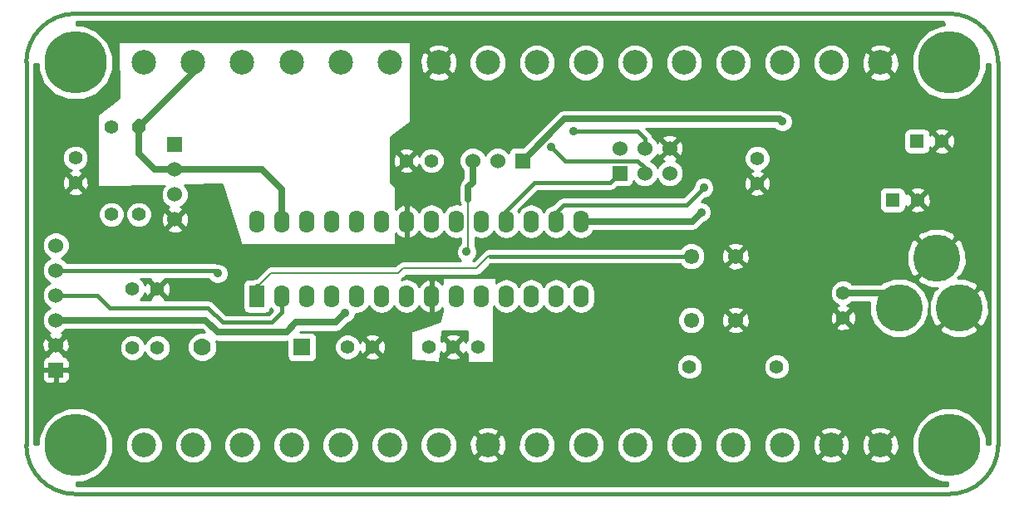
<source format=gbl>
G04 #@! TF.FileFunction,Copper,L2,Bot,Plane*
%FSLAX46Y46*%
G04 Gerber Fmt 4.6, Leading zero omitted, Abs format (unit mm)*
G04 Created by KiCad (PCBNEW (after 2015-mar-04 BZR unknown)-product) date 7/16/2015 4:58:02 PM*
%MOMM*%
G01*
G04 APERTURE LIST*
%ADD10C,0.150000*%
%ADD11C,0.381000*%
%ADD12C,1.778000*%
%ADD13R,1.778000X1.778000*%
%ADD14O,1.574800X2.286000*%
%ADD15R,1.574800X2.286000*%
%ADD16C,1.397000*%
%ADD17R,1.524000X1.524000*%
%ADD18C,1.524000*%
%ADD19R,1.397000X1.397000*%
%ADD20C,2.499360*%
%ADD21C,1.549400*%
%ADD22C,4.800600*%
%ADD23C,6.350000*%
%ADD24C,0.889000*%
%ADD25C,0.635000*%
%ADD26C,0.203200*%
%ADD27C,0.254000*%
G04 APERTURE END LIST*
D10*
D11*
X92474000Y-79340000D02*
X181474000Y-79340000D01*
X87474000Y-123340000D02*
X87474000Y-84340000D01*
X181474000Y-128340000D02*
X92474000Y-128340000D01*
X186474000Y-84340000D02*
X186474000Y-123340000D01*
X87474000Y-123340000D02*
G75*
G03X92474000Y-128340000I5000000J0D01*
G01*
X181474000Y-128340000D02*
G75*
G03X186474000Y-123340000I0J5000000D01*
G01*
X186474000Y-84340000D02*
G75*
G03X181474000Y-79340000I-5000000J0D01*
G01*
X92474000Y-79340000D02*
G75*
G03X87474000Y-84340000I0J-5000000D01*
G01*
D12*
X105394000Y-113340000D03*
D13*
X115554000Y-113340000D03*
D14*
X113504000Y-108150000D03*
X116044000Y-108150000D03*
X118584000Y-108150000D03*
X121124000Y-108150000D03*
X123664000Y-108150000D03*
X126204000Y-108150000D03*
X128744000Y-108150000D03*
X131284000Y-108150000D03*
X133824000Y-108150000D03*
X136364000Y-108150000D03*
X138904000Y-108150000D03*
X141444000Y-108150000D03*
X143984000Y-108150000D03*
D15*
X110964000Y-108150000D03*
D14*
X143984000Y-100530000D03*
X141444000Y-100530000D03*
X138904000Y-100530000D03*
X136364000Y-100530000D03*
X133824000Y-100530000D03*
X131284000Y-100530000D03*
X128744000Y-100530000D03*
X126204000Y-100530000D03*
X123664000Y-100530000D03*
X121124000Y-100530000D03*
X118584000Y-100530000D03*
X116044000Y-100530000D03*
X113504000Y-100530000D03*
X110964000Y-100530000D03*
D16*
X98933000Y-99822000D03*
X98933000Y-90932000D03*
X96139000Y-99822000D03*
X96139000Y-90932000D03*
X163919000Y-115340000D03*
X155029000Y-115340000D03*
D17*
X147934000Y-95610000D03*
D18*
X147934000Y-93070000D03*
X150474000Y-95610000D03*
X150474000Y-93070000D03*
X153014000Y-95610000D03*
X153014000Y-93070000D03*
D19*
X178204000Y-92340000D03*
D16*
X180744000Y-92340000D03*
D19*
X175704000Y-98340000D03*
D16*
X178244000Y-98340000D03*
X161925000Y-94107000D03*
X161925000Y-96647000D03*
X128744000Y-94340000D03*
X126204000Y-94340000D03*
X100838000Y-113411000D03*
X98298000Y-113411000D03*
X120204000Y-113340000D03*
X122744000Y-113340000D03*
X92474000Y-94070000D03*
X92474000Y-96610000D03*
X98298000Y-107442000D03*
X100838000Y-107442000D03*
X170688000Y-107823000D03*
X170688000Y-110363000D03*
D20*
X134474000Y-123340000D03*
X129472740Y-123340000D03*
X124474020Y-123340000D03*
X119472760Y-123340000D03*
X114474040Y-123340000D03*
X109472780Y-123340000D03*
X104474060Y-123340000D03*
X99472800Y-123340000D03*
X139474000Y-84340000D03*
X144475260Y-84340000D03*
X149473980Y-84340000D03*
X154475240Y-84340000D03*
X159473960Y-84340000D03*
X164475220Y-84340000D03*
X169473940Y-84340000D03*
X174475200Y-84340000D03*
X99474000Y-84340000D03*
X104475260Y-84340000D03*
X109473980Y-84340000D03*
X114475240Y-84340000D03*
X119473960Y-84340000D03*
X124475220Y-84340000D03*
X129473940Y-84340000D03*
X134475200Y-84340000D03*
X174474000Y-123340000D03*
X169472740Y-123340000D03*
X164474020Y-123340000D03*
X159472760Y-123340000D03*
X154474040Y-123340000D03*
X149472780Y-123340000D03*
X144474060Y-123340000D03*
X139472800Y-123340000D03*
D17*
X90474000Y-115690000D03*
D18*
X90474000Y-113150000D03*
X90474000Y-110610000D03*
X90474000Y-108070000D03*
X90474000Y-105530000D03*
X90474000Y-102990000D03*
D17*
X102616000Y-92710000D03*
D18*
X102616000Y-95250000D03*
X102616000Y-97790000D03*
X102616000Y-100330000D03*
D21*
X155223560Y-104088800D03*
X159724440Y-104088800D03*
X155223560Y-110591200D03*
X159724440Y-110591200D03*
D16*
X128474640Y-113340000D03*
X133473360Y-113340000D03*
X130974000Y-113340000D03*
D22*
X182474000Y-109340000D03*
X176378000Y-109340000D03*
X180188000Y-104260000D03*
D17*
X138014000Y-94340000D03*
D18*
X135474000Y-94340000D03*
X132934000Y-94340000D03*
D23*
X92474000Y-84340000D03*
X92474000Y-123340000D03*
X181474000Y-84340000D03*
X181474000Y-123340000D03*
D24*
X106974000Y-105840000D03*
X156474000Y-97090000D03*
X143224000Y-91340000D03*
X140970000Y-92964000D03*
X156224000Y-99590000D03*
X132334000Y-103632000D03*
X119974000Y-109840000D03*
X165974000Y-101340000D03*
X164474000Y-90340000D03*
D11*
X113504000Y-109810000D02*
X113504000Y-108150000D01*
X112474000Y-110840000D02*
X113504000Y-109810000D01*
X107474000Y-110840000D02*
X112474000Y-110840000D01*
X105974000Y-109340000D02*
X107474000Y-110840000D01*
X95974000Y-109340000D02*
X105974000Y-109340000D01*
X94704000Y-108070000D02*
X95974000Y-109340000D01*
X90474000Y-108070000D02*
X94704000Y-108070000D01*
X106664000Y-105530000D02*
X106974000Y-105840000D01*
X90474000Y-105530000D02*
X106664000Y-105530000D01*
X141444000Y-99620000D02*
X142224000Y-98840000D01*
X142224000Y-98840000D02*
X154724000Y-98840000D01*
X154724000Y-98840000D02*
X156474000Y-97090000D01*
X141444000Y-100530000D02*
X141444000Y-99620000D01*
X149724000Y-91340000D02*
X143224000Y-91340000D01*
X150474000Y-92090000D02*
X149724000Y-91340000D01*
X150474000Y-93070000D02*
X150474000Y-92090000D01*
X136364000Y-99450000D02*
X139224000Y-96590000D01*
X139224000Y-96590000D02*
X146954000Y-96590000D01*
X146954000Y-96590000D02*
X147934000Y-95610000D01*
X136364000Y-100530000D02*
X136364000Y-99450000D01*
X145288000Y-94340000D02*
X142346000Y-94340000D01*
X142346000Y-94340000D02*
X140970000Y-92964000D01*
X149724000Y-94340000D02*
X145288000Y-94340000D01*
X150474000Y-95090000D02*
X149724000Y-94340000D01*
X150474000Y-95610000D02*
X150474000Y-95090000D01*
D25*
X155284000Y-100530000D02*
X156224000Y-99590000D01*
X143984000Y-100530000D02*
X155284000Y-100530000D01*
D11*
X155223560Y-104088800D02*
X134747000Y-104088800D01*
X110964000Y-108150000D02*
X110964000Y-107100000D01*
D26*
X122174000Y-105791000D02*
X125349000Y-105791000D01*
X112395000Y-105791000D02*
X122174000Y-105791000D01*
X110964000Y-107222000D02*
X112395000Y-105791000D01*
X110964000Y-108150000D02*
X110964000Y-107222000D01*
X125857000Y-105283000D02*
X127381000Y-105283000D01*
X125349000Y-105791000D02*
X125857000Y-105283000D01*
X122174000Y-105791000D02*
X125349000Y-105791000D01*
X134620000Y-104013000D02*
X134747000Y-104013000D01*
X134747000Y-104013000D02*
X134747000Y-104088800D01*
X127381000Y-105283000D02*
X130175000Y-105283000D01*
X133350000Y-105283000D02*
X134620000Y-104013000D01*
X130175000Y-105283000D02*
X133350000Y-105283000D01*
D25*
X104475260Y-84340000D02*
X104475260Y-85389740D01*
X104475260Y-85389740D02*
X98933000Y-90932000D01*
X102616000Y-95250000D02*
X100584000Y-95250000D01*
X98933000Y-93599000D02*
X98933000Y-90932000D01*
X100584000Y-95250000D02*
X98933000Y-93599000D01*
D11*
X98933000Y-90932000D02*
X98933000Y-90377000D01*
D25*
X113504000Y-97248000D02*
X113504000Y-100530000D01*
X111506000Y-95250000D02*
X113504000Y-97248000D01*
X102616000Y-95250000D02*
X111506000Y-95250000D01*
X98933000Y-90377000D02*
X98933000Y-90932000D01*
X170688000Y-107823000D02*
X174861000Y-107823000D01*
X174861000Y-107823000D02*
X176378000Y-109340000D01*
X114974000Y-110840000D02*
X113974000Y-111840000D01*
X113974000Y-111840000D02*
X106974000Y-111840000D01*
X105744000Y-110610000D02*
X106974000Y-111840000D01*
X90474000Y-110610000D02*
X105744000Y-110610000D01*
D26*
X118974000Y-110840000D02*
X119974000Y-109840000D01*
X132461000Y-94813000D02*
X132934000Y-94340000D01*
X132334000Y-103632000D02*
X132461000Y-103505000D01*
X132461000Y-103505000D02*
X132334000Y-103632000D01*
X132934000Y-96555000D02*
X132461000Y-97028000D01*
X132461000Y-98298000D02*
X132461000Y-103505000D01*
X132461000Y-97028000D02*
X132461000Y-98298000D01*
D25*
X132461000Y-97028000D02*
X132461000Y-98298000D01*
X132934000Y-96555000D02*
X132461000Y-97028000D01*
X132934000Y-94340000D02*
X132934000Y-96555000D01*
X118974000Y-110840000D02*
X119974000Y-109840000D01*
X114974000Y-110840000D02*
X118974000Y-110840000D01*
X164474000Y-90340000D02*
X164224000Y-90090000D01*
X164224000Y-90090000D02*
X142264000Y-90090000D01*
X142264000Y-90090000D02*
X138014000Y-94340000D01*
D27*
G36*
X185648500Y-123213000D02*
X185510369Y-123213000D01*
X185510369Y-109938358D01*
X185508221Y-108730843D01*
X185050257Y-107625221D01*
X184637936Y-107355670D01*
X184458330Y-107535275D01*
X184458330Y-107176064D01*
X184188779Y-106763743D01*
X183224369Y-106366279D01*
X183072358Y-106303631D01*
X182412412Y-106304804D01*
X182351937Y-106244329D01*
X182764257Y-105974779D01*
X183224369Y-104858358D01*
X183222221Y-103650843D01*
X182764257Y-102545221D01*
X182351936Y-102275670D01*
X182172330Y-102455275D01*
X182172330Y-102096064D01*
X182089927Y-101970015D01*
X182089927Y-92532520D01*
X182061148Y-92002801D01*
X181913800Y-91647071D01*
X181678188Y-91585417D01*
X181498583Y-91765022D01*
X181498583Y-91405812D01*
X181436929Y-91170200D01*
X180936520Y-90994073D01*
X180406801Y-91022852D01*
X180051071Y-91170200D01*
X179989417Y-91405812D01*
X180744000Y-92160395D01*
X181498583Y-91405812D01*
X181498583Y-91765022D01*
X180923605Y-92340000D01*
X181678188Y-93094583D01*
X181913800Y-93032929D01*
X182089927Y-92532520D01*
X182089927Y-101970015D01*
X181902779Y-101683743D01*
X181498583Y-101517161D01*
X181498583Y-93274188D01*
X180744000Y-92519605D01*
X180564395Y-92699210D01*
X180564395Y-92340000D01*
X179809812Y-91585417D01*
X179574200Y-91647071D01*
X179549940Y-91715998D01*
X179549940Y-91641500D01*
X179502963Y-91399377D01*
X179363173Y-91186573D01*
X179152140Y-91044123D01*
X178902500Y-90994060D01*
X177505500Y-90994060D01*
X177263377Y-91041037D01*
X177050573Y-91180827D01*
X176908123Y-91391860D01*
X176858060Y-91641500D01*
X176858060Y-93038500D01*
X176905037Y-93280623D01*
X177044827Y-93493427D01*
X177255860Y-93635877D01*
X177505500Y-93685940D01*
X178902500Y-93685940D01*
X179144623Y-93638963D01*
X179357427Y-93499173D01*
X179499877Y-93288140D01*
X179549940Y-93038500D01*
X179549940Y-92974360D01*
X179574200Y-93032929D01*
X179809812Y-93094583D01*
X180564395Y-92340000D01*
X180564395Y-92699210D01*
X179989417Y-93274188D01*
X180051071Y-93509800D01*
X180551480Y-93685927D01*
X181081199Y-93657148D01*
X181436929Y-93509800D01*
X181498583Y-93274188D01*
X181498583Y-101517161D01*
X180786358Y-101223631D01*
X179589927Y-101225759D01*
X179589927Y-98532520D01*
X179561148Y-98002801D01*
X179413800Y-97647071D01*
X179178188Y-97585417D01*
X178998583Y-97765022D01*
X178998583Y-97405812D01*
X178936929Y-97170200D01*
X178436520Y-96994073D01*
X177906801Y-97022852D01*
X177551071Y-97170200D01*
X177489417Y-97405812D01*
X178244000Y-98160395D01*
X178998583Y-97405812D01*
X178998583Y-97765022D01*
X178423605Y-98340000D01*
X179178188Y-99094583D01*
X179413800Y-99032929D01*
X179589927Y-98532520D01*
X179589927Y-101225759D01*
X179578843Y-101225779D01*
X178998583Y-101466130D01*
X178998583Y-99274188D01*
X178244000Y-98519605D01*
X178064395Y-98699210D01*
X178064395Y-98340000D01*
X177309812Y-97585417D01*
X177074200Y-97647071D01*
X177049940Y-97715998D01*
X177049940Y-97641500D01*
X177002963Y-97399377D01*
X176863173Y-97186573D01*
X176652140Y-97044123D01*
X176402500Y-96994060D01*
X176369271Y-96994060D01*
X176369271Y-84664117D01*
X176349128Y-83914616D01*
X176101059Y-83315725D01*
X175808289Y-83186517D01*
X175628683Y-83366122D01*
X175628683Y-83006911D01*
X175499475Y-82714141D01*
X174799317Y-82445929D01*
X174049816Y-82466072D01*
X173450925Y-82714141D01*
X173321717Y-83006911D01*
X174475200Y-84160395D01*
X175628683Y-83006911D01*
X175628683Y-83366122D01*
X174654805Y-84340000D01*
X175808289Y-85493483D01*
X176101059Y-85364275D01*
X176369271Y-84664117D01*
X176369271Y-96994060D01*
X175628683Y-96994060D01*
X175628683Y-85673089D01*
X174475200Y-84519605D01*
X174295595Y-84699210D01*
X174295595Y-84340000D01*
X173142111Y-83186517D01*
X172849341Y-83315725D01*
X172581129Y-84015883D01*
X172601272Y-84765384D01*
X172849341Y-85364275D01*
X173142111Y-85493483D01*
X174295595Y-84340000D01*
X174295595Y-84699210D01*
X173321717Y-85673089D01*
X173450925Y-85965859D01*
X174151083Y-86234071D01*
X174900584Y-86213928D01*
X175499475Y-85965859D01*
X175628683Y-85673089D01*
X175628683Y-96994060D01*
X175005500Y-96994060D01*
X174763377Y-97041037D01*
X174550573Y-97180827D01*
X174408123Y-97391860D01*
X174358060Y-97641500D01*
X174358060Y-99038500D01*
X174405037Y-99280623D01*
X174544827Y-99493427D01*
X174755860Y-99635877D01*
X175005500Y-99685940D01*
X176402500Y-99685940D01*
X176644623Y-99638963D01*
X176857427Y-99499173D01*
X176999877Y-99288140D01*
X177049940Y-99038500D01*
X177049940Y-98974360D01*
X177074200Y-99032929D01*
X177309812Y-99094583D01*
X178064395Y-98340000D01*
X178064395Y-98699210D01*
X177489417Y-99274188D01*
X177551071Y-99509800D01*
X178051480Y-99685927D01*
X178581199Y-99657148D01*
X178936929Y-99509800D01*
X178998583Y-99274188D01*
X178998583Y-101466130D01*
X178473221Y-101683743D01*
X178203670Y-102096064D01*
X180188000Y-104080395D01*
X182172330Y-102096064D01*
X182172330Y-102455275D01*
X180367605Y-104260000D01*
X180381747Y-104274142D01*
X180202142Y-104453747D01*
X180188000Y-104439605D01*
X180008395Y-104619210D01*
X180008395Y-104260000D01*
X178024064Y-102275670D01*
X177611743Y-102545221D01*
X177151631Y-103661642D01*
X177153779Y-104869157D01*
X177611743Y-105974779D01*
X178024064Y-106244330D01*
X180008395Y-104260000D01*
X180008395Y-104619210D01*
X178203670Y-106423936D01*
X178473221Y-106836257D01*
X179589642Y-107296369D01*
X180249586Y-107295194D01*
X180310062Y-107355670D01*
X179897743Y-107625221D01*
X179437631Y-108741642D01*
X179439779Y-109949157D01*
X179897743Y-111054779D01*
X180310064Y-111324330D01*
X182294395Y-109340000D01*
X182280252Y-109325857D01*
X182459857Y-109146252D01*
X182474000Y-109160395D01*
X184458330Y-107176064D01*
X184458330Y-107535275D01*
X182653605Y-109340000D01*
X184637936Y-111324330D01*
X185050257Y-111054779D01*
X185510369Y-109938358D01*
X185510369Y-123213000D01*
X185284112Y-123213000D01*
X185284660Y-122585469D01*
X184705844Y-121184628D01*
X184458330Y-120936681D01*
X184458330Y-111503936D01*
X182474000Y-109519605D01*
X182294395Y-109699210D01*
X180489670Y-111503936D01*
X180759221Y-111916257D01*
X181875642Y-112376369D01*
X183083157Y-112374221D01*
X184188779Y-111916257D01*
X184458330Y-111503936D01*
X184458330Y-120936681D01*
X183635009Y-120111923D01*
X182235181Y-119530663D01*
X180719469Y-119529340D01*
X179413826Y-120068820D01*
X179413826Y-108738890D01*
X178952702Y-107622887D01*
X178099604Y-106768298D01*
X176984407Y-106305228D01*
X175776890Y-106304174D01*
X174660887Y-106765298D01*
X174555501Y-106870500D01*
X171621371Y-106870500D01*
X171444353Y-106693173D01*
X171358946Y-106657708D01*
X171358946Y-83966759D01*
X171072626Y-83273809D01*
X170542919Y-82743178D01*
X169850471Y-82455648D01*
X169100699Y-82454994D01*
X168407749Y-82741314D01*
X167877118Y-83271021D01*
X167589588Y-83963469D01*
X167588934Y-84713241D01*
X167875254Y-85406191D01*
X168404961Y-85936822D01*
X169097409Y-86224352D01*
X169847181Y-86225006D01*
X170540131Y-85938686D01*
X171070762Y-85408979D01*
X171358292Y-84716531D01*
X171358946Y-83966759D01*
X171358946Y-106657708D01*
X170954413Y-106489732D01*
X170423914Y-106489269D01*
X169933620Y-106691854D01*
X169558173Y-107066647D01*
X169354732Y-107556587D01*
X169354269Y-108087086D01*
X169556854Y-108577380D01*
X169931647Y-108952827D01*
X170253118Y-109086313D01*
X169995071Y-109193200D01*
X169933417Y-109428812D01*
X170688000Y-110183395D01*
X171442583Y-109428812D01*
X171380929Y-109193200D01*
X171101688Y-109094916D01*
X171442380Y-108954146D01*
X171621337Y-108775500D01*
X173343191Y-108775500D01*
X173342174Y-109941110D01*
X173803298Y-111057113D01*
X174656396Y-111911702D01*
X175771593Y-112374772D01*
X176979110Y-112375826D01*
X178095113Y-111914702D01*
X178949702Y-111061604D01*
X179412772Y-109946407D01*
X179413826Y-108738890D01*
X179413826Y-120068820D01*
X179318628Y-120108156D01*
X178245923Y-121178991D01*
X177664663Y-122578819D01*
X177663340Y-124094531D01*
X178242156Y-125495372D01*
X179312991Y-126568077D01*
X180712819Y-127149337D01*
X181347000Y-127149890D01*
X181347000Y-127514500D01*
X176368071Y-127514500D01*
X176368071Y-123664117D01*
X176347928Y-122914616D01*
X176099859Y-122315725D01*
X175807089Y-122186517D01*
X175627483Y-122366122D01*
X175627483Y-122006911D01*
X175498275Y-121714141D01*
X174798117Y-121445929D01*
X174048616Y-121466072D01*
X173449725Y-121714141D01*
X173320517Y-122006911D01*
X174474000Y-123160395D01*
X175627483Y-122006911D01*
X175627483Y-122366122D01*
X174653605Y-123340000D01*
X175807089Y-124493483D01*
X176099859Y-124364275D01*
X176368071Y-123664117D01*
X176368071Y-127514500D01*
X175627483Y-127514500D01*
X175627483Y-124673089D01*
X174474000Y-123519605D01*
X174294395Y-123699210D01*
X174294395Y-123340000D01*
X173140911Y-122186517D01*
X172848141Y-122315725D01*
X172579929Y-123015883D01*
X172600072Y-123765384D01*
X172848141Y-124364275D01*
X173140911Y-124493483D01*
X174294395Y-123340000D01*
X174294395Y-123699210D01*
X173320517Y-124673089D01*
X173449725Y-124965859D01*
X174149883Y-125234071D01*
X174899384Y-125213928D01*
X175498275Y-124965859D01*
X175627483Y-124673089D01*
X175627483Y-127514500D01*
X172033927Y-127514500D01*
X172033927Y-110555520D01*
X172005148Y-110025801D01*
X171857800Y-109670071D01*
X171622188Y-109608417D01*
X170867605Y-110363000D01*
X171622188Y-111117583D01*
X171857800Y-111055929D01*
X172033927Y-110555520D01*
X172033927Y-127514500D01*
X171442583Y-127514500D01*
X171442583Y-111297188D01*
X170688000Y-110542605D01*
X170508395Y-110722210D01*
X170508395Y-110363000D01*
X169753812Y-109608417D01*
X169518200Y-109670071D01*
X169342073Y-110170480D01*
X169370852Y-110700199D01*
X169518200Y-111055929D01*
X169753812Y-111117583D01*
X170508395Y-110363000D01*
X170508395Y-110722210D01*
X169933417Y-111297188D01*
X169995071Y-111532800D01*
X170495480Y-111708927D01*
X171025199Y-111680148D01*
X171380929Y-111532800D01*
X171442583Y-111297188D01*
X171442583Y-127514500D01*
X171366811Y-127514500D01*
X171366811Y-123664117D01*
X171346668Y-122914616D01*
X171098599Y-122315725D01*
X170805829Y-122186517D01*
X170626223Y-122366122D01*
X170626223Y-122006911D01*
X170497015Y-121714141D01*
X169796857Y-121445929D01*
X169047356Y-121466072D01*
X168448465Y-121714141D01*
X168319257Y-122006911D01*
X169472740Y-123160395D01*
X170626223Y-122006911D01*
X170626223Y-122366122D01*
X169652345Y-123340000D01*
X170805829Y-124493483D01*
X171098599Y-124364275D01*
X171366811Y-123664117D01*
X171366811Y-127514500D01*
X170626223Y-127514500D01*
X170626223Y-124673089D01*
X169472740Y-123519605D01*
X169293135Y-123699210D01*
X169293135Y-123340000D01*
X168139651Y-122186517D01*
X167846881Y-122315725D01*
X167578669Y-123015883D01*
X167598812Y-123765384D01*
X167846881Y-124364275D01*
X168139651Y-124493483D01*
X169293135Y-123340000D01*
X169293135Y-123699210D01*
X168319257Y-124673089D01*
X168448465Y-124965859D01*
X169148623Y-125234071D01*
X169898124Y-125213928D01*
X170497015Y-124965859D01*
X170626223Y-124673089D01*
X170626223Y-127514500D01*
X166360226Y-127514500D01*
X166360226Y-83966759D01*
X166073906Y-83273809D01*
X165544199Y-82743178D01*
X164851751Y-82455648D01*
X164101979Y-82454994D01*
X163409029Y-82741314D01*
X162878398Y-83271021D01*
X162590868Y-83963469D01*
X162590214Y-84713241D01*
X162876534Y-85406191D01*
X163406241Y-85936822D01*
X164098689Y-86224352D01*
X164848461Y-86225006D01*
X165541411Y-85938686D01*
X166072042Y-85408979D01*
X166359572Y-84716531D01*
X166360226Y-83966759D01*
X166360226Y-127514500D01*
X166359026Y-127514500D01*
X166359026Y-122966759D01*
X166072706Y-122273809D01*
X165553687Y-121753884D01*
X165553687Y-90126216D01*
X165389689Y-89729311D01*
X165086286Y-89425378D01*
X164689668Y-89260687D01*
X164664323Y-89260664D01*
X164588506Y-89210005D01*
X164224000Y-89137500D01*
X161358966Y-89137500D01*
X161358966Y-83966759D01*
X161072646Y-83273809D01*
X160542939Y-82743178D01*
X159850491Y-82455648D01*
X159100719Y-82454994D01*
X158407769Y-82741314D01*
X157877138Y-83271021D01*
X157589608Y-83963469D01*
X157588954Y-84713241D01*
X157875274Y-85406191D01*
X158404981Y-85936822D01*
X159097429Y-86224352D01*
X159847201Y-86225006D01*
X160540151Y-85938686D01*
X161070782Y-85408979D01*
X161358312Y-84716531D01*
X161358966Y-83966759D01*
X161358966Y-89137500D01*
X156360246Y-89137500D01*
X156360246Y-83966759D01*
X156073926Y-83273809D01*
X155544219Y-82743178D01*
X154851771Y-82455648D01*
X154101999Y-82454994D01*
X153409049Y-82741314D01*
X152878418Y-83271021D01*
X152590888Y-83963469D01*
X152590234Y-84713241D01*
X152876554Y-85406191D01*
X153406261Y-85936822D01*
X154098709Y-86224352D01*
X154848481Y-86225006D01*
X155541431Y-85938686D01*
X156072062Y-85408979D01*
X156359592Y-84716531D01*
X156360246Y-83966759D01*
X156360246Y-89137500D01*
X151358986Y-89137500D01*
X151358986Y-83966759D01*
X151072666Y-83273809D01*
X150542959Y-82743178D01*
X149850511Y-82455648D01*
X149100739Y-82454994D01*
X148407789Y-82741314D01*
X147877158Y-83271021D01*
X147589628Y-83963469D01*
X147588974Y-84713241D01*
X147875294Y-85406191D01*
X148405001Y-85936822D01*
X149097449Y-86224352D01*
X149847221Y-86225006D01*
X150540171Y-85938686D01*
X151070802Y-85408979D01*
X151358332Y-84716531D01*
X151358986Y-83966759D01*
X151358986Y-89137500D01*
X146360266Y-89137500D01*
X146360266Y-83966759D01*
X146073946Y-83273809D01*
X145544239Y-82743178D01*
X144851791Y-82455648D01*
X144102019Y-82454994D01*
X143409069Y-82741314D01*
X142878438Y-83271021D01*
X142590908Y-83963469D01*
X142590254Y-84713241D01*
X142876574Y-85406191D01*
X143406281Y-85936822D01*
X144098729Y-86224352D01*
X144848501Y-86225006D01*
X145541451Y-85938686D01*
X146072082Y-85408979D01*
X146359612Y-84716531D01*
X146360266Y-83966759D01*
X146360266Y-89137500D01*
X142264000Y-89137500D01*
X141899494Y-89210005D01*
X141590481Y-89416481D01*
X141359006Y-89647956D01*
X141359006Y-83966759D01*
X141072686Y-83273809D01*
X140542979Y-82743178D01*
X139850531Y-82455648D01*
X139100759Y-82454994D01*
X138407809Y-82741314D01*
X137877178Y-83271021D01*
X137589648Y-83963469D01*
X137588994Y-84713241D01*
X137875314Y-85406191D01*
X138405021Y-85936822D01*
X139097469Y-86224352D01*
X139847241Y-86225006D01*
X140540191Y-85938686D01*
X141070822Y-85408979D01*
X141358352Y-84716531D01*
X141359006Y-83966759D01*
X141359006Y-89647956D01*
X138076402Y-92930560D01*
X137252000Y-92930560D01*
X137009877Y-92977537D01*
X136797073Y-93117327D01*
X136654623Y-93328360D01*
X136618395Y-93509011D01*
X136360206Y-93250370D01*
X136360206Y-83966759D01*
X136073886Y-83273809D01*
X135544179Y-82743178D01*
X134851731Y-82455648D01*
X134101959Y-82454994D01*
X133409009Y-82741314D01*
X132878378Y-83271021D01*
X132590848Y-83963469D01*
X132590194Y-84713241D01*
X132876514Y-85406191D01*
X133406221Y-85936822D01*
X134098669Y-86224352D01*
X134848441Y-86225006D01*
X135541391Y-85938686D01*
X136072022Y-85408979D01*
X136359552Y-84716531D01*
X136360206Y-83966759D01*
X136360206Y-93250370D01*
X136266370Y-93156371D01*
X135753100Y-92943243D01*
X135197339Y-92942758D01*
X134683697Y-93154990D01*
X134290371Y-93547630D01*
X134204050Y-93755512D01*
X134119010Y-93549697D01*
X133726370Y-93156371D01*
X133213100Y-92943243D01*
X132657339Y-92942758D01*
X132143697Y-93154990D01*
X131750371Y-93547630D01*
X131537243Y-94060900D01*
X131536758Y-94616661D01*
X131748990Y-95130303D01*
X131915768Y-95297372D01*
X131940145Y-95333855D01*
X131976308Y-95358018D01*
X131981500Y-95363219D01*
X131981500Y-96160462D01*
X131787481Y-96354481D01*
X131581005Y-96663494D01*
X131508500Y-97028000D01*
X131508500Y-98298000D01*
X131581005Y-98662506D01*
X131668652Y-98793679D01*
X131368011Y-98733877D01*
X131368011Y-84664117D01*
X131347868Y-83914616D01*
X131099799Y-83315725D01*
X130807029Y-83186517D01*
X130627423Y-83366122D01*
X130627423Y-83006911D01*
X130498215Y-82714141D01*
X129798057Y-82445929D01*
X129048556Y-82466072D01*
X128449665Y-82714141D01*
X128320457Y-83006911D01*
X129473940Y-84160395D01*
X130627423Y-83006911D01*
X130627423Y-83366122D01*
X129653545Y-84340000D01*
X130807029Y-85493483D01*
X131099799Y-85364275D01*
X131368011Y-84664117D01*
X131368011Y-98733877D01*
X131284000Y-98717167D01*
X130739671Y-98825441D01*
X130627423Y-98900442D01*
X130627423Y-85673089D01*
X129473940Y-84519605D01*
X129294335Y-84699210D01*
X129294335Y-84340000D01*
X128140851Y-83186517D01*
X127848081Y-83315725D01*
X127579869Y-84015883D01*
X127600012Y-84765384D01*
X127848081Y-85364275D01*
X128140851Y-85493483D01*
X129294335Y-84340000D01*
X129294335Y-84699210D01*
X128320457Y-85673089D01*
X128449665Y-85965859D01*
X129149823Y-86234071D01*
X129899324Y-86213928D01*
X130498215Y-85965859D01*
X130627423Y-85673089D01*
X130627423Y-98900442D01*
X130278211Y-99133778D01*
X130077731Y-99433817D01*
X130077731Y-94075914D01*
X129875146Y-93585620D01*
X129500353Y-93210173D01*
X129010413Y-93006732D01*
X128479914Y-93006269D01*
X127989620Y-93208854D01*
X127614173Y-93583647D01*
X127480686Y-93905118D01*
X127373800Y-93647071D01*
X127138188Y-93585417D01*
X126958583Y-93765022D01*
X126958583Y-93405812D01*
X126896929Y-93170200D01*
X126601000Y-93066043D01*
X126601000Y-90403500D01*
X126601000Y-82213000D01*
X96845785Y-82213000D01*
X96900401Y-87948698D01*
X94742000Y-89599240D01*
X94742000Y-97030965D01*
X101556523Y-96873694D01*
X101432371Y-96997630D01*
X101219243Y-97510900D01*
X101218758Y-98066661D01*
X101430990Y-98580303D01*
X101823630Y-98973629D01*
X102015727Y-99053394D01*
X101884857Y-99107603D01*
X101815392Y-99349787D01*
X102616000Y-100150395D01*
X103416608Y-99349787D01*
X103347143Y-99107603D01*
X103206682Y-99057491D01*
X103406303Y-98975010D01*
X103799629Y-98582370D01*
X104012757Y-98069100D01*
X104013242Y-97513339D01*
X103801010Y-96999697D01*
X103627514Y-96825898D01*
X107386021Y-96739157D01*
X109381330Y-102967000D01*
X125101000Y-102967000D01*
X125101000Y-101749025D01*
X125288014Y-101981191D01*
X125777004Y-102248327D01*
X125856940Y-102265010D01*
X126077000Y-102142852D01*
X126077000Y-100657000D01*
X126057000Y-100657000D01*
X126057000Y-100403000D01*
X126077000Y-100403000D01*
X126077000Y-98917148D01*
X125856940Y-98794990D01*
X125777004Y-98811673D01*
X125288014Y-99078809D01*
X125101000Y-99310974D01*
X125101000Y-97037395D01*
X124601000Y-96537395D01*
X124601000Y-91903500D01*
X126601000Y-90403500D01*
X126601000Y-93066043D01*
X126396520Y-92994073D01*
X125866801Y-93022852D01*
X125511071Y-93170200D01*
X125449417Y-93405812D01*
X126204000Y-94160395D01*
X126958583Y-93405812D01*
X126958583Y-93765022D01*
X126383605Y-94340000D01*
X127138188Y-95094583D01*
X127373800Y-95032929D01*
X127472083Y-94753688D01*
X127612854Y-95094380D01*
X127987647Y-95469827D01*
X128477587Y-95673268D01*
X129008086Y-95673731D01*
X129498380Y-95471146D01*
X129873827Y-95096353D01*
X130077268Y-94606413D01*
X130077731Y-94075914D01*
X130077731Y-99433817D01*
X130014000Y-99529198D01*
X129749789Y-99133778D01*
X129288329Y-98825441D01*
X128744000Y-98717167D01*
X128199671Y-98825441D01*
X127738211Y-99133778D01*
X127474246Y-99528829D01*
X127469525Y-99512738D01*
X127119986Y-99078809D01*
X126958583Y-98990634D01*
X126958583Y-95274188D01*
X126204000Y-94519605D01*
X126024395Y-94699210D01*
X126024395Y-94340000D01*
X125269812Y-93585417D01*
X125034200Y-93647071D01*
X124858073Y-94147480D01*
X124886852Y-94677199D01*
X125034200Y-95032929D01*
X125269812Y-95094583D01*
X126024395Y-94340000D01*
X126024395Y-94699210D01*
X125449417Y-95274188D01*
X125511071Y-95509800D01*
X126011480Y-95685927D01*
X126541199Y-95657148D01*
X126896929Y-95509800D01*
X126958583Y-95274188D01*
X126958583Y-98990634D01*
X126630996Y-98811673D01*
X126551060Y-98794990D01*
X126331000Y-98917148D01*
X126331000Y-100403000D01*
X126351000Y-100403000D01*
X126351000Y-100657000D01*
X126331000Y-100657000D01*
X126331000Y-102142852D01*
X126551060Y-102265010D01*
X126630996Y-102248327D01*
X127119986Y-101981191D01*
X127469525Y-101547262D01*
X127474246Y-101531170D01*
X127738211Y-101926222D01*
X128199671Y-102234559D01*
X128744000Y-102342833D01*
X129288329Y-102234559D01*
X129749789Y-101926222D01*
X130014000Y-101530801D01*
X130278211Y-101926222D01*
X130739671Y-102234559D01*
X131284000Y-102342833D01*
X131724400Y-102255231D01*
X131724400Y-102715861D01*
X131723311Y-102716311D01*
X131419378Y-103019714D01*
X131254687Y-103416332D01*
X131254313Y-103845784D01*
X131418311Y-104242689D01*
X131721492Y-104546400D01*
X130175000Y-104546400D01*
X127381000Y-104546400D01*
X125857000Y-104546400D01*
X125575115Y-104602470D01*
X125336145Y-104762145D01*
X125043890Y-105054400D01*
X122174000Y-105054400D01*
X112395000Y-105054400D01*
X112113115Y-105110470D01*
X111874145Y-105270145D01*
X110846397Y-106297892D01*
X110648095Y-106337337D01*
X110614835Y-106359560D01*
X110176600Y-106359560D01*
X109934477Y-106406537D01*
X109721673Y-106546327D01*
X109579223Y-106757360D01*
X109529160Y-107007000D01*
X109529160Y-109293000D01*
X109576137Y-109535123D01*
X109715927Y-109747927D01*
X109926960Y-109890377D01*
X110176600Y-109940440D01*
X111751400Y-109940440D01*
X111993523Y-109893463D01*
X112206327Y-109753673D01*
X112348777Y-109542640D01*
X112382720Y-109373378D01*
X112498211Y-109546222D01*
X112559435Y-109587130D01*
X112132066Y-110014500D01*
X107815933Y-110014500D01*
X106557717Y-108756283D01*
X106289906Y-108577337D01*
X105974000Y-108514500D01*
X102183927Y-108514500D01*
X102183927Y-107634520D01*
X102155148Y-107104801D01*
X102007800Y-106749071D01*
X101772188Y-106687417D01*
X101017605Y-107442000D01*
X101772188Y-108196583D01*
X102007800Y-108134929D01*
X102183927Y-107634520D01*
X102183927Y-108514500D01*
X101556390Y-108514500D01*
X101592583Y-108376188D01*
X100838000Y-107621605D01*
X100083417Y-108376188D01*
X100119609Y-108514500D01*
X99111128Y-108514500D01*
X99427827Y-108198353D01*
X99561313Y-107876881D01*
X99668200Y-108134929D01*
X99903812Y-108196583D01*
X100658395Y-107442000D01*
X99903812Y-106687417D01*
X99668200Y-106749071D01*
X99569916Y-107028311D01*
X99429146Y-106687620D01*
X99097604Y-106355500D01*
X100123273Y-106355500D01*
X100083417Y-106507812D01*
X100838000Y-107262395D01*
X101592583Y-106507812D01*
X101552726Y-106355500D01*
X106018979Y-106355500D01*
X106058311Y-106450689D01*
X106361714Y-106754622D01*
X106758332Y-106919313D01*
X107187784Y-106919687D01*
X107584689Y-106755689D01*
X107888622Y-106452286D01*
X108053313Y-106055668D01*
X108053687Y-105626216D01*
X107889689Y-105229311D01*
X107586286Y-104925378D01*
X107189668Y-104760687D01*
X106945404Y-104760474D01*
X106945403Y-104760474D01*
X106664000Y-104704500D01*
X104025144Y-104704500D01*
X104025144Y-100537698D01*
X103997362Y-99982632D01*
X103838397Y-99598857D01*
X103596213Y-99529392D01*
X102795605Y-100330000D01*
X103596213Y-101130608D01*
X103838397Y-101061143D01*
X104025144Y-100537698D01*
X104025144Y-104704500D01*
X103416608Y-104704500D01*
X103416608Y-101310213D01*
X102616000Y-100509605D01*
X102436395Y-100689210D01*
X102436395Y-100330000D01*
X101635787Y-99529392D01*
X101393603Y-99598857D01*
X101206856Y-100122302D01*
X101234638Y-100677368D01*
X101393603Y-101061143D01*
X101635787Y-101130608D01*
X102436395Y-100330000D01*
X102436395Y-100689210D01*
X101815392Y-101310213D01*
X101884857Y-101552397D01*
X102408302Y-101739144D01*
X102963368Y-101711362D01*
X103347143Y-101552397D01*
X103416608Y-101310213D01*
X103416608Y-104704500D01*
X100266731Y-104704500D01*
X100266731Y-99557914D01*
X100064146Y-99067620D01*
X99689353Y-98692173D01*
X99199413Y-98488732D01*
X98668914Y-98488269D01*
X98178620Y-98690854D01*
X97803173Y-99065647D01*
X97599732Y-99555587D01*
X97599269Y-100086086D01*
X97801854Y-100576380D01*
X98176647Y-100951827D01*
X98666587Y-101155268D01*
X99197086Y-101155731D01*
X99687380Y-100953146D01*
X100062827Y-100578353D01*
X100266268Y-100088413D01*
X100266731Y-99557914D01*
X100266731Y-104704500D01*
X97472731Y-104704500D01*
X97472731Y-99557914D01*
X97270146Y-99067620D01*
X96895353Y-98692173D01*
X96405413Y-98488732D01*
X95874914Y-98488269D01*
X95384620Y-98690854D01*
X95009173Y-99065647D01*
X94805732Y-99555587D01*
X94805269Y-100086086D01*
X95007854Y-100576380D01*
X95382647Y-100951827D01*
X95872587Y-101155268D01*
X96403086Y-101155731D01*
X96893380Y-100953146D01*
X97268827Y-100578353D01*
X97472268Y-100088413D01*
X97472731Y-99557914D01*
X97472731Y-104704500D01*
X93819927Y-104704500D01*
X93819927Y-96802520D01*
X93807731Y-96578035D01*
X93807731Y-93805914D01*
X93605146Y-93315620D01*
X93230353Y-92940173D01*
X92740413Y-92736732D01*
X92209914Y-92736269D01*
X91719620Y-92938854D01*
X91344173Y-93313647D01*
X91140732Y-93803587D01*
X91140269Y-94334086D01*
X91342854Y-94824380D01*
X91717647Y-95199827D01*
X92039118Y-95333313D01*
X91781071Y-95440200D01*
X91719417Y-95675812D01*
X92474000Y-96430395D01*
X93228583Y-95675812D01*
X93166929Y-95440200D01*
X92887688Y-95341916D01*
X93228380Y-95201146D01*
X93603827Y-94826353D01*
X93807268Y-94336413D01*
X93807731Y-93805914D01*
X93807731Y-96578035D01*
X93791148Y-96272801D01*
X93643800Y-95917071D01*
X93408188Y-95855417D01*
X92653605Y-96610000D01*
X93408188Y-97364583D01*
X93643800Y-97302929D01*
X93819927Y-96802520D01*
X93819927Y-104704500D01*
X93228583Y-104704500D01*
X93228583Y-97544188D01*
X92474000Y-96789605D01*
X92294395Y-96969210D01*
X92294395Y-96610000D01*
X91539812Y-95855417D01*
X91304200Y-95917071D01*
X91128073Y-96417480D01*
X91156852Y-96947199D01*
X91304200Y-97302929D01*
X91539812Y-97364583D01*
X92294395Y-96610000D01*
X92294395Y-96969210D01*
X91719417Y-97544188D01*
X91781071Y-97779800D01*
X92281480Y-97955927D01*
X92811199Y-97927148D01*
X93166929Y-97779800D01*
X93228583Y-97544188D01*
X93228583Y-104704500D01*
X91623874Y-104704500D01*
X91266370Y-104346371D01*
X91058487Y-104260050D01*
X91264303Y-104175010D01*
X91657629Y-103782370D01*
X91870757Y-103269100D01*
X91871242Y-102713339D01*
X91659010Y-102199697D01*
X91266370Y-101806371D01*
X90753100Y-101593243D01*
X90197339Y-101592758D01*
X89683697Y-101804990D01*
X89290371Y-102197630D01*
X89077243Y-102710900D01*
X89076758Y-103266661D01*
X89288990Y-103780303D01*
X89681630Y-104173629D01*
X89889512Y-104259949D01*
X89683697Y-104344990D01*
X89290371Y-104737630D01*
X89077243Y-105250900D01*
X89076758Y-105806661D01*
X89288990Y-106320303D01*
X89681630Y-106713629D01*
X89889512Y-106799949D01*
X89683697Y-106884990D01*
X89290371Y-107277630D01*
X89077243Y-107790900D01*
X89076758Y-108346661D01*
X89288990Y-108860303D01*
X89681630Y-109253629D01*
X89889512Y-109339949D01*
X89683697Y-109424990D01*
X89290371Y-109817630D01*
X89077243Y-110330900D01*
X89076758Y-110886661D01*
X89288990Y-111400303D01*
X89681630Y-111793629D01*
X89873727Y-111873394D01*
X89742857Y-111927603D01*
X89673392Y-112169787D01*
X90474000Y-112970395D01*
X91274608Y-112169787D01*
X91205143Y-111927603D01*
X91064682Y-111877491D01*
X91264303Y-111795010D01*
X91497219Y-111562500D01*
X105349462Y-111562500D01*
X105603143Y-111816181D01*
X105092188Y-111815736D01*
X104531851Y-112047262D01*
X104102769Y-112475596D01*
X103870265Y-113035528D01*
X103869736Y-113641812D01*
X104101262Y-114202149D01*
X104529596Y-114631231D01*
X105089528Y-114863735D01*
X105695812Y-114864264D01*
X106256149Y-114632738D01*
X106685231Y-114204404D01*
X106917735Y-113644472D01*
X106918264Y-113038188D01*
X106802666Y-112758419D01*
X106974000Y-112792500D01*
X113974000Y-112792500D01*
X114017560Y-112783835D01*
X114017560Y-114229000D01*
X114064537Y-114471123D01*
X114204327Y-114683927D01*
X114415360Y-114826377D01*
X114665000Y-114876440D01*
X116443000Y-114876440D01*
X116685123Y-114829463D01*
X116897927Y-114689673D01*
X117040377Y-114478640D01*
X117090440Y-114229000D01*
X117090440Y-112451000D01*
X117043463Y-112208877D01*
X116903673Y-111996073D01*
X116692640Y-111853623D01*
X116443000Y-111803560D01*
X115357478Y-111803560D01*
X115368538Y-111792500D01*
X118974000Y-111792500D01*
X119338506Y-111719995D01*
X119647519Y-111513519D01*
X120279070Y-110881968D01*
X120584689Y-110755689D01*
X120888622Y-110452286D01*
X121053313Y-110055668D01*
X121053406Y-109948790D01*
X121124000Y-109962833D01*
X121668329Y-109854559D01*
X122129789Y-109546222D01*
X122394000Y-109150801D01*
X122658211Y-109546222D01*
X123119671Y-109854559D01*
X123664000Y-109962833D01*
X124208329Y-109854559D01*
X124669789Y-109546222D01*
X124934000Y-109150801D01*
X125198211Y-109546222D01*
X125659671Y-109854559D01*
X126204000Y-109962833D01*
X126748329Y-109854559D01*
X127209789Y-109546222D01*
X127473753Y-109151170D01*
X127478475Y-109167262D01*
X127828014Y-109601191D01*
X128317004Y-109868327D01*
X128396940Y-109885010D01*
X128617000Y-109762852D01*
X128617000Y-108277000D01*
X128597000Y-108277000D01*
X128597000Y-108023000D01*
X128617000Y-108023000D01*
X128617000Y-106537148D01*
X128396940Y-106414990D01*
X128317004Y-106431673D01*
X127828014Y-106698809D01*
X127478475Y-107132738D01*
X127473753Y-107148829D01*
X127209789Y-106753778D01*
X126748329Y-106445441D01*
X126204000Y-106337167D01*
X125674278Y-106442535D01*
X125869855Y-106311855D01*
X126162110Y-106019600D01*
X127381000Y-106019600D01*
X130175000Y-106019600D01*
X133350000Y-106019600D01*
X133631885Y-105963530D01*
X133870855Y-105803855D01*
X134760410Y-104914300D01*
X154055740Y-104914300D01*
X154423986Y-105283189D01*
X154941923Y-105498255D01*
X155502737Y-105498745D01*
X156021048Y-105284583D01*
X156417949Y-104888374D01*
X156633015Y-104370437D01*
X156633505Y-103809623D01*
X156419343Y-103291312D01*
X156023134Y-102894411D01*
X155505197Y-102679345D01*
X154944383Y-102678855D01*
X154426072Y-102893017D01*
X154055142Y-103263300D01*
X134747000Y-103263300D01*
X134681141Y-103276400D01*
X134620000Y-103276400D01*
X134338115Y-103332470D01*
X134099145Y-103492145D01*
X133044890Y-104546400D01*
X132945980Y-104546400D01*
X133248622Y-104244286D01*
X133413313Y-103847668D01*
X133413687Y-103418216D01*
X133249689Y-103021311D01*
X133197600Y-102969131D01*
X133197600Y-102179721D01*
X133279671Y-102234559D01*
X133824000Y-102342833D01*
X134368329Y-102234559D01*
X134829789Y-101926222D01*
X135094000Y-101530801D01*
X135358211Y-101926222D01*
X135819671Y-102234559D01*
X136364000Y-102342833D01*
X136908329Y-102234559D01*
X137369789Y-101926222D01*
X137634000Y-101530801D01*
X137898211Y-101926222D01*
X138359671Y-102234559D01*
X138904000Y-102342833D01*
X139448329Y-102234559D01*
X139909789Y-101926222D01*
X140174000Y-101530801D01*
X140438211Y-101926222D01*
X140899671Y-102234559D01*
X141444000Y-102342833D01*
X141988329Y-102234559D01*
X142449789Y-101926222D01*
X142714000Y-101530801D01*
X142978211Y-101926222D01*
X143439671Y-102234559D01*
X143984000Y-102342833D01*
X144528329Y-102234559D01*
X144989789Y-101926222D01*
X145286273Y-101482500D01*
X155284000Y-101482500D01*
X155648506Y-101409995D01*
X155957519Y-101203519D01*
X156529069Y-100631968D01*
X156834689Y-100505689D01*
X157138622Y-100202286D01*
X157303313Y-99805668D01*
X157303687Y-99376216D01*
X157139689Y-98979311D01*
X156836286Y-98675378D01*
X156439668Y-98510687D01*
X156220936Y-98510496D01*
X156561855Y-98169577D01*
X156687784Y-98169687D01*
X157084689Y-98005689D01*
X157388622Y-97702286D01*
X157553313Y-97305668D01*
X157553687Y-96876216D01*
X157389689Y-96479311D01*
X157086286Y-96175378D01*
X156689668Y-96010687D01*
X156260216Y-96010313D01*
X155863311Y-96174311D01*
X155559378Y-96477714D01*
X155394687Y-96874332D01*
X155394575Y-97001990D01*
X154423144Y-97973421D01*
X154423144Y-93277698D01*
X154395362Y-92722632D01*
X154236397Y-92338857D01*
X153994213Y-92269392D01*
X153814608Y-92448997D01*
X153814608Y-92089787D01*
X153745143Y-91847603D01*
X153221698Y-91660856D01*
X152666632Y-91688638D01*
X152282857Y-91847603D01*
X152213392Y-92089787D01*
X153014000Y-92890395D01*
X153814608Y-92089787D01*
X153814608Y-92448997D01*
X153193605Y-93070000D01*
X153994213Y-93870608D01*
X154236397Y-93801143D01*
X154423144Y-93277698D01*
X154423144Y-97973421D01*
X154382066Y-98014500D01*
X142224005Y-98014500D01*
X142224000Y-98014499D01*
X141908095Y-98077337D01*
X141640283Y-98256283D01*
X141640280Y-98256286D01*
X141113698Y-98782868D01*
X140899671Y-98825441D01*
X140438211Y-99133778D01*
X140174000Y-99529198D01*
X139909789Y-99133778D01*
X139448329Y-98825441D01*
X138904000Y-98717167D01*
X138359671Y-98825441D01*
X137898211Y-99133778D01*
X137634000Y-99529198D01*
X137561195Y-99420238D01*
X139565933Y-97415500D01*
X146954000Y-97415500D01*
X147269905Y-97352663D01*
X147269906Y-97352663D01*
X147537717Y-97173717D01*
X147691993Y-97019440D01*
X148696000Y-97019440D01*
X148938123Y-96972463D01*
X149150927Y-96832673D01*
X149293377Y-96621640D01*
X149329604Y-96440988D01*
X149681630Y-96793629D01*
X150194900Y-97006757D01*
X150750661Y-97007242D01*
X151264303Y-96795010D01*
X151657629Y-96402370D01*
X151743949Y-96194487D01*
X151828990Y-96400303D01*
X152221630Y-96793629D01*
X152734900Y-97006757D01*
X153290661Y-97007242D01*
X153804303Y-96795010D01*
X154197629Y-96402370D01*
X154410757Y-95889100D01*
X154411242Y-95333339D01*
X154199010Y-94819697D01*
X153806370Y-94426371D01*
X153614272Y-94346605D01*
X153745143Y-94292397D01*
X153814608Y-94050213D01*
X153014000Y-93249605D01*
X152213392Y-94050213D01*
X152282857Y-94292397D01*
X152423317Y-94342508D01*
X152223697Y-94424990D01*
X151830371Y-94817630D01*
X151744050Y-95025512D01*
X151659010Y-94819697D01*
X151266370Y-94426371D01*
X151058487Y-94340050D01*
X151264303Y-94255010D01*
X151657629Y-93862370D01*
X151737394Y-93670272D01*
X151791603Y-93801143D01*
X152033787Y-93870608D01*
X152834395Y-93070000D01*
X152033787Y-92269392D01*
X151791603Y-92338857D01*
X151741491Y-92479317D01*
X151659010Y-92279697D01*
X151266370Y-91886371D01*
X151258332Y-91883033D01*
X151236663Y-91774095D01*
X151236663Y-91774094D01*
X151057717Y-91506283D01*
X150593934Y-91042500D01*
X163649961Y-91042500D01*
X163861714Y-91254622D01*
X164258332Y-91419313D01*
X164687784Y-91419687D01*
X165084689Y-91255689D01*
X165388622Y-90952286D01*
X165553313Y-90555668D01*
X165553687Y-90126216D01*
X165553687Y-121753884D01*
X165542999Y-121743178D01*
X165252731Y-121622647D01*
X165252731Y-115075914D01*
X165050146Y-114585620D01*
X164675353Y-114210173D01*
X164185413Y-114006732D01*
X163654914Y-114006269D01*
X163270927Y-114164928D01*
X163270927Y-96839520D01*
X163258731Y-96615035D01*
X163258731Y-93842914D01*
X163056146Y-93352620D01*
X162681353Y-92977173D01*
X162191413Y-92773732D01*
X161660914Y-92773269D01*
X161170620Y-92975854D01*
X160795173Y-93350647D01*
X160591732Y-93840587D01*
X160591269Y-94371086D01*
X160793854Y-94861380D01*
X161168647Y-95236827D01*
X161490118Y-95370313D01*
X161232071Y-95477200D01*
X161170417Y-95712812D01*
X161925000Y-96467395D01*
X162679583Y-95712812D01*
X162617929Y-95477200D01*
X162338688Y-95378916D01*
X162679380Y-95238146D01*
X163054827Y-94863353D01*
X163258268Y-94373413D01*
X163258731Y-93842914D01*
X163258731Y-96615035D01*
X163242148Y-96309801D01*
X163094800Y-95954071D01*
X162859188Y-95892417D01*
X162104605Y-96647000D01*
X162859188Y-97401583D01*
X163094800Y-97339929D01*
X163270927Y-96839520D01*
X163270927Y-114164928D01*
X163164620Y-114208854D01*
X162789173Y-114583647D01*
X162679583Y-114847568D01*
X162679583Y-97581188D01*
X161925000Y-96826605D01*
X161745395Y-97006210D01*
X161745395Y-96647000D01*
X160990812Y-95892417D01*
X160755200Y-95954071D01*
X160579073Y-96454480D01*
X160607852Y-96984199D01*
X160755200Y-97339929D01*
X160990812Y-97401583D01*
X161745395Y-96647000D01*
X161745395Y-97006210D01*
X161170417Y-97581188D01*
X161232071Y-97816800D01*
X161732480Y-97992927D01*
X162262199Y-97964148D01*
X162617929Y-97816800D01*
X162679583Y-97581188D01*
X162679583Y-114847568D01*
X162585732Y-115073587D01*
X162585269Y-115604086D01*
X162787854Y-116094380D01*
X163162647Y-116469827D01*
X163652587Y-116673268D01*
X164183086Y-116673731D01*
X164673380Y-116471146D01*
X165048827Y-116096353D01*
X165252268Y-115606413D01*
X165252731Y-115075914D01*
X165252731Y-121622647D01*
X164850551Y-121455648D01*
X164100779Y-121454994D01*
X163407829Y-121741314D01*
X162877198Y-122271021D01*
X162589668Y-122963469D01*
X162589014Y-123713241D01*
X162875334Y-124406191D01*
X163405041Y-124936822D01*
X164097489Y-125224352D01*
X164847261Y-125225006D01*
X165540211Y-124938686D01*
X166070842Y-124408979D01*
X166358372Y-123716531D01*
X166359026Y-122966759D01*
X166359026Y-127514500D01*
X161357766Y-127514500D01*
X161357766Y-122966759D01*
X161146225Y-122454788D01*
X161146225Y-110801932D01*
X161146225Y-104299532D01*
X161118642Y-103739397D01*
X160957355Y-103350016D01*
X160713856Y-103278989D01*
X160534251Y-103458594D01*
X160534251Y-103099384D01*
X160463224Y-102855885D01*
X159935172Y-102667015D01*
X159375037Y-102694598D01*
X158985656Y-102855885D01*
X158914629Y-103099384D01*
X159724440Y-103909195D01*
X160534251Y-103099384D01*
X160534251Y-103458594D01*
X159904045Y-104088800D01*
X160713856Y-104898611D01*
X160957355Y-104827584D01*
X161146225Y-104299532D01*
X161146225Y-110801932D01*
X161118642Y-110241797D01*
X160957355Y-109852416D01*
X160713856Y-109781389D01*
X160534251Y-109960994D01*
X160534251Y-109601784D01*
X160534251Y-105078216D01*
X159724440Y-104268405D01*
X159544835Y-104448010D01*
X159544835Y-104088800D01*
X158735024Y-103278989D01*
X158491525Y-103350016D01*
X158302655Y-103878068D01*
X158330238Y-104438203D01*
X158491525Y-104827584D01*
X158735024Y-104898611D01*
X159544835Y-104088800D01*
X159544835Y-104448010D01*
X158914629Y-105078216D01*
X158985656Y-105321715D01*
X159513708Y-105510585D01*
X160073843Y-105483002D01*
X160463224Y-105321715D01*
X160534251Y-105078216D01*
X160534251Y-109601784D01*
X160463224Y-109358285D01*
X159935172Y-109169415D01*
X159375037Y-109196998D01*
X158985656Y-109358285D01*
X158914629Y-109601784D01*
X159724440Y-110411595D01*
X160534251Y-109601784D01*
X160534251Y-109960994D01*
X159904045Y-110591200D01*
X160713856Y-111401011D01*
X160957355Y-111329984D01*
X161146225Y-110801932D01*
X161146225Y-122454788D01*
X161071446Y-122273809D01*
X160541739Y-121743178D01*
X160534251Y-121740068D01*
X160534251Y-111580616D01*
X159724440Y-110770805D01*
X159544835Y-110950410D01*
X159544835Y-110591200D01*
X158735024Y-109781389D01*
X158491525Y-109852416D01*
X158302655Y-110380468D01*
X158330238Y-110940603D01*
X158491525Y-111329984D01*
X158735024Y-111401011D01*
X159544835Y-110591200D01*
X159544835Y-110950410D01*
X158914629Y-111580616D01*
X158985656Y-111824115D01*
X159513708Y-112012985D01*
X160073843Y-111985402D01*
X160463224Y-111824115D01*
X160534251Y-111580616D01*
X160534251Y-121740068D01*
X159849291Y-121455648D01*
X159099519Y-121454994D01*
X158406569Y-121741314D01*
X157875938Y-122271021D01*
X157588408Y-122963469D01*
X157587754Y-123713241D01*
X157874074Y-124406191D01*
X158403781Y-124936822D01*
X159096229Y-125224352D01*
X159846001Y-125225006D01*
X160538951Y-124938686D01*
X161069582Y-124408979D01*
X161357112Y-123716531D01*
X161357766Y-122966759D01*
X161357766Y-127514500D01*
X156633505Y-127514500D01*
X156633505Y-110312023D01*
X156419343Y-109793712D01*
X156023134Y-109396811D01*
X155505197Y-109181745D01*
X154944383Y-109181255D01*
X154426072Y-109395417D01*
X154029171Y-109791626D01*
X153814105Y-110309563D01*
X153813615Y-110870377D01*
X154027777Y-111388688D01*
X154423986Y-111785589D01*
X154941923Y-112000655D01*
X155502737Y-112001145D01*
X156021048Y-111786983D01*
X156417949Y-111390774D01*
X156633015Y-110872837D01*
X156633505Y-110312023D01*
X156633505Y-127514500D01*
X156362731Y-127514500D01*
X156362731Y-115075914D01*
X156160146Y-114585620D01*
X155785353Y-114210173D01*
X155295413Y-114006732D01*
X154764914Y-114006269D01*
X154274620Y-114208854D01*
X153899173Y-114583647D01*
X153695732Y-115073587D01*
X153695269Y-115604086D01*
X153897854Y-116094380D01*
X154272647Y-116469827D01*
X154762587Y-116673268D01*
X155293086Y-116673731D01*
X155783380Y-116471146D01*
X156158827Y-116096353D01*
X156362268Y-115606413D01*
X156362731Y-115075914D01*
X156362731Y-127514500D01*
X156359046Y-127514500D01*
X156359046Y-122966759D01*
X156072726Y-122273809D01*
X155543019Y-121743178D01*
X154850571Y-121455648D01*
X154100799Y-121454994D01*
X153407849Y-121741314D01*
X152877218Y-122271021D01*
X152589688Y-122963469D01*
X152589034Y-123713241D01*
X152875354Y-124406191D01*
X153405061Y-124936822D01*
X154097509Y-125224352D01*
X154847281Y-125225006D01*
X155540231Y-124938686D01*
X156070862Y-124408979D01*
X156358392Y-123716531D01*
X156359046Y-122966759D01*
X156359046Y-127514500D01*
X151357786Y-127514500D01*
X151357786Y-122966759D01*
X151071466Y-122273809D01*
X150541759Y-121743178D01*
X149849311Y-121455648D01*
X149099539Y-121454994D01*
X148406589Y-121741314D01*
X147875958Y-122271021D01*
X147588428Y-122963469D01*
X147587774Y-123713241D01*
X147874094Y-124406191D01*
X148403801Y-124936822D01*
X149096249Y-125224352D01*
X149846021Y-125225006D01*
X150538971Y-124938686D01*
X151069602Y-124408979D01*
X151357132Y-123716531D01*
X151357786Y-122966759D01*
X151357786Y-127514500D01*
X146359066Y-127514500D01*
X146359066Y-122966759D01*
X146072746Y-122273809D01*
X145543039Y-121743178D01*
X145406400Y-121686440D01*
X145406400Y-108540433D01*
X145406400Y-107759567D01*
X145298126Y-107215238D01*
X144989789Y-106753778D01*
X144528329Y-106445441D01*
X143984000Y-106337167D01*
X143439671Y-106445441D01*
X142978211Y-106753778D01*
X142714000Y-107149198D01*
X142449789Y-106753778D01*
X141988329Y-106445441D01*
X141444000Y-106337167D01*
X140899671Y-106445441D01*
X140438211Y-106753778D01*
X140174000Y-107149198D01*
X139909789Y-106753778D01*
X139448329Y-106445441D01*
X138904000Y-106337167D01*
X138359671Y-106445441D01*
X137898211Y-106753778D01*
X137634000Y-107149198D01*
X137369789Y-106753778D01*
X136908329Y-106445441D01*
X136364000Y-106337167D01*
X135819671Y-106445441D01*
X135358211Y-106753778D01*
X135311081Y-106824312D01*
X135362024Y-106213000D01*
X129847000Y-106213000D01*
X129847000Y-106930974D01*
X129659986Y-106698809D01*
X129170996Y-106431673D01*
X129091060Y-106414990D01*
X128871000Y-106537148D01*
X128871000Y-108023000D01*
X128891000Y-108023000D01*
X128891000Y-108277000D01*
X128871000Y-108277000D01*
X128871000Y-109762852D01*
X129091060Y-109885010D01*
X129170996Y-109868327D01*
X129659986Y-109601191D01*
X129847000Y-109369025D01*
X129847000Y-109577425D01*
X129613920Y-110742824D01*
X126597000Y-111748464D01*
X126597000Y-114705978D01*
X129590749Y-114978137D01*
X129670882Y-113936407D01*
X129717608Y-113823878D01*
X129804200Y-114032929D01*
X130039812Y-114094583D01*
X130794395Y-113340000D01*
X130039812Y-112585417D01*
X129804200Y-112647071D01*
X129760514Y-112771189D01*
X129841606Y-111717000D01*
X132347000Y-111717000D01*
X132347000Y-112580186D01*
X132343533Y-112583647D01*
X132230391Y-112856121D01*
X132143800Y-112647071D01*
X131908188Y-112585417D01*
X131728583Y-112765022D01*
X131728583Y-112405812D01*
X131666929Y-112170200D01*
X131166520Y-111994073D01*
X130636801Y-112022852D01*
X130281071Y-112170200D01*
X130219417Y-112405812D01*
X130974000Y-113160395D01*
X131728583Y-112405812D01*
X131728583Y-112765022D01*
X131153605Y-113340000D01*
X131908188Y-114094583D01*
X132143800Y-114032929D01*
X132223389Y-113806801D01*
X132342214Y-114094380D01*
X132347000Y-114099174D01*
X132347000Y-114967000D01*
X135101000Y-114967000D01*
X135101000Y-109345283D01*
X135114633Y-109181681D01*
X135358211Y-109546222D01*
X135819671Y-109854559D01*
X136364000Y-109962833D01*
X136908329Y-109854559D01*
X137369789Y-109546222D01*
X137634000Y-109150801D01*
X137898211Y-109546222D01*
X138359671Y-109854559D01*
X138904000Y-109962833D01*
X139448329Y-109854559D01*
X139909789Y-109546222D01*
X140174000Y-109150801D01*
X140438211Y-109546222D01*
X140899671Y-109854559D01*
X141444000Y-109962833D01*
X141988329Y-109854559D01*
X142449789Y-109546222D01*
X142714000Y-109150801D01*
X142978211Y-109546222D01*
X143439671Y-109854559D01*
X143984000Y-109962833D01*
X144528329Y-109854559D01*
X144989789Y-109546222D01*
X145298126Y-109084762D01*
X145406400Y-108540433D01*
X145406400Y-121686440D01*
X144850591Y-121455648D01*
X144100819Y-121454994D01*
X143407869Y-121741314D01*
X142877238Y-122271021D01*
X142589708Y-122963469D01*
X142589054Y-123713241D01*
X142875374Y-124406191D01*
X143405081Y-124936822D01*
X144097529Y-125224352D01*
X144847301Y-125225006D01*
X145540251Y-124938686D01*
X146070882Y-124408979D01*
X146358412Y-123716531D01*
X146359066Y-122966759D01*
X146359066Y-127514500D01*
X141357806Y-127514500D01*
X141357806Y-122966759D01*
X141071486Y-122273809D01*
X140541779Y-121743178D01*
X139849331Y-121455648D01*
X139099559Y-121454994D01*
X138406609Y-121741314D01*
X137875978Y-122271021D01*
X137588448Y-122963469D01*
X137587794Y-123713241D01*
X137874114Y-124406191D01*
X138403821Y-124936822D01*
X139096269Y-125224352D01*
X139846041Y-125225006D01*
X140538991Y-124938686D01*
X141069622Y-124408979D01*
X141357152Y-123716531D01*
X141357806Y-122966759D01*
X141357806Y-127514500D01*
X136368071Y-127514500D01*
X136368071Y-123664117D01*
X136347928Y-122914616D01*
X136099859Y-122315725D01*
X135807089Y-122186517D01*
X135627483Y-122366122D01*
X135627483Y-122006911D01*
X135498275Y-121714141D01*
X134798117Y-121445929D01*
X134048616Y-121466072D01*
X133449725Y-121714141D01*
X133320517Y-122006911D01*
X134474000Y-123160395D01*
X135627483Y-122006911D01*
X135627483Y-122366122D01*
X134653605Y-123340000D01*
X135807089Y-124493483D01*
X136099859Y-124364275D01*
X136368071Y-123664117D01*
X136368071Y-127514500D01*
X135627483Y-127514500D01*
X135627483Y-124673089D01*
X134474000Y-123519605D01*
X134294395Y-123699210D01*
X134294395Y-123340000D01*
X133140911Y-122186517D01*
X132848141Y-122315725D01*
X132579929Y-123015883D01*
X132600072Y-123765384D01*
X132848141Y-124364275D01*
X133140911Y-124493483D01*
X134294395Y-123340000D01*
X134294395Y-123699210D01*
X133320517Y-124673089D01*
X133449725Y-124965859D01*
X134149883Y-125234071D01*
X134899384Y-125213928D01*
X135498275Y-124965859D01*
X135627483Y-124673089D01*
X135627483Y-127514500D01*
X131728583Y-127514500D01*
X131728583Y-114274188D01*
X130974000Y-113519605D01*
X130219417Y-114274188D01*
X130281071Y-114509800D01*
X130781480Y-114685927D01*
X131311199Y-114657148D01*
X131666929Y-114509800D01*
X131728583Y-114274188D01*
X131728583Y-127514500D01*
X131357746Y-127514500D01*
X131357746Y-122966759D01*
X131071426Y-122273809D01*
X130541719Y-121743178D01*
X129849271Y-121455648D01*
X129099499Y-121454994D01*
X128406549Y-121741314D01*
X127875918Y-122271021D01*
X127588388Y-122963469D01*
X127587734Y-123713241D01*
X127874054Y-124406191D01*
X128403761Y-124936822D01*
X129096209Y-125224352D01*
X129845981Y-125225006D01*
X130538931Y-124938686D01*
X131069562Y-124408979D01*
X131357092Y-123716531D01*
X131357746Y-122966759D01*
X131357746Y-127514500D01*
X126359026Y-127514500D01*
X126359026Y-122966759D01*
X126072706Y-122273809D01*
X125542999Y-121743178D01*
X124850551Y-121455648D01*
X124100779Y-121454994D01*
X124089927Y-121459477D01*
X124089927Y-113532520D01*
X124061148Y-113002801D01*
X123913800Y-112647071D01*
X123678188Y-112585417D01*
X123498583Y-112765022D01*
X123498583Y-112405812D01*
X123436929Y-112170200D01*
X122936520Y-111994073D01*
X122406801Y-112022852D01*
X122051071Y-112170200D01*
X121989417Y-112405812D01*
X122744000Y-113160395D01*
X123498583Y-112405812D01*
X123498583Y-112765022D01*
X122923605Y-113340000D01*
X123678188Y-114094583D01*
X123913800Y-114032929D01*
X124089927Y-113532520D01*
X124089927Y-121459477D01*
X123498583Y-121703815D01*
X123498583Y-114274188D01*
X122744000Y-113519605D01*
X122564395Y-113699210D01*
X122564395Y-113340000D01*
X121809812Y-112585417D01*
X121574200Y-112647071D01*
X121475916Y-112926311D01*
X121335146Y-112585620D01*
X120960353Y-112210173D01*
X120470413Y-112006732D01*
X119939914Y-112006269D01*
X119449620Y-112208854D01*
X119074173Y-112583647D01*
X118870732Y-113073587D01*
X118870269Y-113604086D01*
X119072854Y-114094380D01*
X119447647Y-114469827D01*
X119937587Y-114673268D01*
X120468086Y-114673731D01*
X120958380Y-114471146D01*
X121333827Y-114096353D01*
X121467313Y-113774881D01*
X121574200Y-114032929D01*
X121809812Y-114094583D01*
X122564395Y-113340000D01*
X122564395Y-113699210D01*
X121989417Y-114274188D01*
X122051071Y-114509800D01*
X122551480Y-114685927D01*
X123081199Y-114657148D01*
X123436929Y-114509800D01*
X123498583Y-114274188D01*
X123498583Y-121703815D01*
X123407829Y-121741314D01*
X122877198Y-122271021D01*
X122589668Y-122963469D01*
X122589014Y-123713241D01*
X122875334Y-124406191D01*
X123405041Y-124936822D01*
X124097489Y-125224352D01*
X124847261Y-125225006D01*
X125540211Y-124938686D01*
X126070842Y-124408979D01*
X126358372Y-123716531D01*
X126359026Y-122966759D01*
X126359026Y-127514500D01*
X121357766Y-127514500D01*
X121357766Y-122966759D01*
X121071446Y-122273809D01*
X120541739Y-121743178D01*
X119849291Y-121455648D01*
X119099519Y-121454994D01*
X118406569Y-121741314D01*
X117875938Y-122271021D01*
X117588408Y-122963469D01*
X117587754Y-123713241D01*
X117874074Y-124406191D01*
X118403781Y-124936822D01*
X119096229Y-125224352D01*
X119846001Y-125225006D01*
X120538951Y-124938686D01*
X121069582Y-124408979D01*
X121357112Y-123716531D01*
X121357766Y-122966759D01*
X121357766Y-127514500D01*
X116359046Y-127514500D01*
X116359046Y-122966759D01*
X116072726Y-122273809D01*
X115543019Y-121743178D01*
X114850571Y-121455648D01*
X114100799Y-121454994D01*
X113407849Y-121741314D01*
X112877218Y-122271021D01*
X112589688Y-122963469D01*
X112589034Y-123713241D01*
X112875354Y-124406191D01*
X113405061Y-124936822D01*
X114097509Y-125224352D01*
X114847281Y-125225006D01*
X115540231Y-124938686D01*
X116070862Y-124408979D01*
X116358392Y-123716531D01*
X116359046Y-122966759D01*
X116359046Y-127514500D01*
X111357786Y-127514500D01*
X111357786Y-122966759D01*
X111071466Y-122273809D01*
X110541759Y-121743178D01*
X109849311Y-121455648D01*
X109099539Y-121454994D01*
X108406589Y-121741314D01*
X107875958Y-122271021D01*
X107588428Y-122963469D01*
X107587774Y-123713241D01*
X107874094Y-124406191D01*
X108403801Y-124936822D01*
X109096249Y-125224352D01*
X109846021Y-125225006D01*
X110538971Y-124938686D01*
X111069602Y-124408979D01*
X111357132Y-123716531D01*
X111357786Y-122966759D01*
X111357786Y-127514500D01*
X106359066Y-127514500D01*
X106359066Y-122966759D01*
X106072746Y-122273809D01*
X105543039Y-121743178D01*
X104850591Y-121455648D01*
X104100819Y-121454994D01*
X103407869Y-121741314D01*
X102877238Y-122271021D01*
X102589708Y-122963469D01*
X102589054Y-123713241D01*
X102875374Y-124406191D01*
X103405081Y-124936822D01*
X104097529Y-125224352D01*
X104847301Y-125225006D01*
X105540251Y-124938686D01*
X106070882Y-124408979D01*
X106358412Y-123716531D01*
X106359066Y-122966759D01*
X106359066Y-127514500D01*
X102171731Y-127514500D01*
X102171731Y-113146914D01*
X101969146Y-112656620D01*
X101594353Y-112281173D01*
X101104413Y-112077732D01*
X100573914Y-112077269D01*
X100083620Y-112279854D01*
X99708173Y-112654647D01*
X99567906Y-112992446D01*
X99429146Y-112656620D01*
X99054353Y-112281173D01*
X98564413Y-112077732D01*
X98033914Y-112077269D01*
X97543620Y-112279854D01*
X97168173Y-112654647D01*
X96964732Y-113144587D01*
X96964269Y-113675086D01*
X97166854Y-114165380D01*
X97541647Y-114540827D01*
X98031587Y-114744268D01*
X98562086Y-114744731D01*
X99052380Y-114542146D01*
X99427827Y-114167353D01*
X99568093Y-113829553D01*
X99706854Y-114165380D01*
X100081647Y-114540827D01*
X100571587Y-114744268D01*
X101102086Y-114744731D01*
X101592380Y-114542146D01*
X101967827Y-114167353D01*
X102171268Y-113677413D01*
X102171731Y-113146914D01*
X102171731Y-127514500D01*
X101357806Y-127514500D01*
X101357806Y-122966759D01*
X101071486Y-122273809D01*
X100541779Y-121743178D01*
X99849331Y-121455648D01*
X99099559Y-121454994D01*
X98406609Y-121741314D01*
X97875978Y-122271021D01*
X97588448Y-122963469D01*
X97587794Y-123713241D01*
X97874114Y-124406191D01*
X98403821Y-124936822D01*
X99096269Y-125224352D01*
X99846041Y-125225006D01*
X100538991Y-124938686D01*
X101069622Y-124408979D01*
X101357152Y-123716531D01*
X101357806Y-122966759D01*
X101357806Y-127514500D01*
X92601000Y-127514500D01*
X92601000Y-127150112D01*
X93228531Y-127150660D01*
X94629372Y-126571844D01*
X95702077Y-125501009D01*
X96283337Y-124101181D01*
X96284660Y-122585469D01*
X95705844Y-121184628D01*
X94635009Y-120111923D01*
X93235181Y-119530663D01*
X91883144Y-119529482D01*
X91883144Y-113357698D01*
X91855362Y-112802632D01*
X91696397Y-112418857D01*
X91454213Y-112349392D01*
X90653605Y-113150000D01*
X91454213Y-113950608D01*
X91696397Y-113881143D01*
X91883144Y-113357698D01*
X91883144Y-119529482D01*
X91871000Y-119529472D01*
X91871000Y-116578309D01*
X91871000Y-115975750D01*
X91871000Y-115404250D01*
X91871000Y-114801691D01*
X91774327Y-114568302D01*
X91595699Y-114389673D01*
X91362310Y-114293000D01*
X91227916Y-114293000D01*
X91274608Y-114130213D01*
X90474000Y-113329605D01*
X90294395Y-113509210D01*
X90294395Y-113150000D01*
X89493787Y-112349392D01*
X89251603Y-112418857D01*
X89064856Y-112942302D01*
X89092638Y-113497368D01*
X89251603Y-113881143D01*
X89493787Y-113950608D01*
X90294395Y-113150000D01*
X90294395Y-113509210D01*
X89673392Y-114130213D01*
X89720083Y-114293000D01*
X89585690Y-114293000D01*
X89352301Y-114389673D01*
X89173673Y-114568302D01*
X89077000Y-114801691D01*
X89077000Y-115404250D01*
X89235750Y-115563000D01*
X90347000Y-115563000D01*
X90347000Y-115543000D01*
X90601000Y-115543000D01*
X90601000Y-115563000D01*
X91712250Y-115563000D01*
X91871000Y-115404250D01*
X91871000Y-115975750D01*
X91712250Y-115817000D01*
X90601000Y-115817000D01*
X90601000Y-116928250D01*
X90759750Y-117087000D01*
X91109691Y-117087000D01*
X91362310Y-117087000D01*
X91595699Y-116990327D01*
X91774327Y-116811698D01*
X91871000Y-116578309D01*
X91871000Y-119529472D01*
X91719469Y-119529340D01*
X90347000Y-120096432D01*
X90347000Y-116928250D01*
X90347000Y-115817000D01*
X89235750Y-115817000D01*
X89077000Y-115975750D01*
X89077000Y-116578309D01*
X89173673Y-116811698D01*
X89352301Y-116990327D01*
X89585690Y-117087000D01*
X89838309Y-117087000D01*
X90188250Y-117087000D01*
X90347000Y-116928250D01*
X90347000Y-120096432D01*
X90318628Y-120108156D01*
X89245923Y-121178991D01*
X88664663Y-122578819D01*
X88664109Y-123213000D01*
X88299500Y-123213000D01*
X88299500Y-84467000D01*
X88663887Y-84467000D01*
X88663340Y-85094531D01*
X89242156Y-86495372D01*
X90312991Y-87568077D01*
X91712819Y-88149337D01*
X93228531Y-88150660D01*
X94629372Y-87571844D01*
X95702077Y-86501009D01*
X96283337Y-85101181D01*
X96284660Y-83585469D01*
X95705844Y-82184628D01*
X94635009Y-81111923D01*
X93235181Y-80530663D01*
X92601000Y-80530109D01*
X92601000Y-80165500D01*
X180928917Y-80165500D01*
X180965322Y-80529554D01*
X180719469Y-80529340D01*
X179318628Y-81108156D01*
X178245923Y-82178991D01*
X177664663Y-83578819D01*
X177663340Y-85094531D01*
X178242156Y-86495372D01*
X179312991Y-87568077D01*
X180712819Y-88149337D01*
X182228531Y-88150660D01*
X183629372Y-87571844D01*
X184702077Y-86501009D01*
X185283337Y-85101181D01*
X185283890Y-84467000D01*
X185648500Y-84467000D01*
X185648500Y-123213000D01*
X185648500Y-123213000D01*
G37*
X185648500Y-123213000D02*
X185510369Y-123213000D01*
X185510369Y-109938358D01*
X185508221Y-108730843D01*
X185050257Y-107625221D01*
X184637936Y-107355670D01*
X184458330Y-107535275D01*
X184458330Y-107176064D01*
X184188779Y-106763743D01*
X183224369Y-106366279D01*
X183072358Y-106303631D01*
X182412412Y-106304804D01*
X182351937Y-106244329D01*
X182764257Y-105974779D01*
X183224369Y-104858358D01*
X183222221Y-103650843D01*
X182764257Y-102545221D01*
X182351936Y-102275670D01*
X182172330Y-102455275D01*
X182172330Y-102096064D01*
X182089927Y-101970015D01*
X182089927Y-92532520D01*
X182061148Y-92002801D01*
X181913800Y-91647071D01*
X181678188Y-91585417D01*
X181498583Y-91765022D01*
X181498583Y-91405812D01*
X181436929Y-91170200D01*
X180936520Y-90994073D01*
X180406801Y-91022852D01*
X180051071Y-91170200D01*
X179989417Y-91405812D01*
X180744000Y-92160395D01*
X181498583Y-91405812D01*
X181498583Y-91765022D01*
X180923605Y-92340000D01*
X181678188Y-93094583D01*
X181913800Y-93032929D01*
X182089927Y-92532520D01*
X182089927Y-101970015D01*
X181902779Y-101683743D01*
X181498583Y-101517161D01*
X181498583Y-93274188D01*
X180744000Y-92519605D01*
X180564395Y-92699210D01*
X180564395Y-92340000D01*
X179809812Y-91585417D01*
X179574200Y-91647071D01*
X179549940Y-91715998D01*
X179549940Y-91641500D01*
X179502963Y-91399377D01*
X179363173Y-91186573D01*
X179152140Y-91044123D01*
X178902500Y-90994060D01*
X177505500Y-90994060D01*
X177263377Y-91041037D01*
X177050573Y-91180827D01*
X176908123Y-91391860D01*
X176858060Y-91641500D01*
X176858060Y-93038500D01*
X176905037Y-93280623D01*
X177044827Y-93493427D01*
X177255860Y-93635877D01*
X177505500Y-93685940D01*
X178902500Y-93685940D01*
X179144623Y-93638963D01*
X179357427Y-93499173D01*
X179499877Y-93288140D01*
X179549940Y-93038500D01*
X179549940Y-92974360D01*
X179574200Y-93032929D01*
X179809812Y-93094583D01*
X180564395Y-92340000D01*
X180564395Y-92699210D01*
X179989417Y-93274188D01*
X180051071Y-93509800D01*
X180551480Y-93685927D01*
X181081199Y-93657148D01*
X181436929Y-93509800D01*
X181498583Y-93274188D01*
X181498583Y-101517161D01*
X180786358Y-101223631D01*
X179589927Y-101225759D01*
X179589927Y-98532520D01*
X179561148Y-98002801D01*
X179413800Y-97647071D01*
X179178188Y-97585417D01*
X178998583Y-97765022D01*
X178998583Y-97405812D01*
X178936929Y-97170200D01*
X178436520Y-96994073D01*
X177906801Y-97022852D01*
X177551071Y-97170200D01*
X177489417Y-97405812D01*
X178244000Y-98160395D01*
X178998583Y-97405812D01*
X178998583Y-97765022D01*
X178423605Y-98340000D01*
X179178188Y-99094583D01*
X179413800Y-99032929D01*
X179589927Y-98532520D01*
X179589927Y-101225759D01*
X179578843Y-101225779D01*
X178998583Y-101466130D01*
X178998583Y-99274188D01*
X178244000Y-98519605D01*
X178064395Y-98699210D01*
X178064395Y-98340000D01*
X177309812Y-97585417D01*
X177074200Y-97647071D01*
X177049940Y-97715998D01*
X177049940Y-97641500D01*
X177002963Y-97399377D01*
X176863173Y-97186573D01*
X176652140Y-97044123D01*
X176402500Y-96994060D01*
X176369271Y-96994060D01*
X176369271Y-84664117D01*
X176349128Y-83914616D01*
X176101059Y-83315725D01*
X175808289Y-83186517D01*
X175628683Y-83366122D01*
X175628683Y-83006911D01*
X175499475Y-82714141D01*
X174799317Y-82445929D01*
X174049816Y-82466072D01*
X173450925Y-82714141D01*
X173321717Y-83006911D01*
X174475200Y-84160395D01*
X175628683Y-83006911D01*
X175628683Y-83366122D01*
X174654805Y-84340000D01*
X175808289Y-85493483D01*
X176101059Y-85364275D01*
X176369271Y-84664117D01*
X176369271Y-96994060D01*
X175628683Y-96994060D01*
X175628683Y-85673089D01*
X174475200Y-84519605D01*
X174295595Y-84699210D01*
X174295595Y-84340000D01*
X173142111Y-83186517D01*
X172849341Y-83315725D01*
X172581129Y-84015883D01*
X172601272Y-84765384D01*
X172849341Y-85364275D01*
X173142111Y-85493483D01*
X174295595Y-84340000D01*
X174295595Y-84699210D01*
X173321717Y-85673089D01*
X173450925Y-85965859D01*
X174151083Y-86234071D01*
X174900584Y-86213928D01*
X175499475Y-85965859D01*
X175628683Y-85673089D01*
X175628683Y-96994060D01*
X175005500Y-96994060D01*
X174763377Y-97041037D01*
X174550573Y-97180827D01*
X174408123Y-97391860D01*
X174358060Y-97641500D01*
X174358060Y-99038500D01*
X174405037Y-99280623D01*
X174544827Y-99493427D01*
X174755860Y-99635877D01*
X175005500Y-99685940D01*
X176402500Y-99685940D01*
X176644623Y-99638963D01*
X176857427Y-99499173D01*
X176999877Y-99288140D01*
X177049940Y-99038500D01*
X177049940Y-98974360D01*
X177074200Y-99032929D01*
X177309812Y-99094583D01*
X178064395Y-98340000D01*
X178064395Y-98699210D01*
X177489417Y-99274188D01*
X177551071Y-99509800D01*
X178051480Y-99685927D01*
X178581199Y-99657148D01*
X178936929Y-99509800D01*
X178998583Y-99274188D01*
X178998583Y-101466130D01*
X178473221Y-101683743D01*
X178203670Y-102096064D01*
X180188000Y-104080395D01*
X182172330Y-102096064D01*
X182172330Y-102455275D01*
X180367605Y-104260000D01*
X180381747Y-104274142D01*
X180202142Y-104453747D01*
X180188000Y-104439605D01*
X180008395Y-104619210D01*
X180008395Y-104260000D01*
X178024064Y-102275670D01*
X177611743Y-102545221D01*
X177151631Y-103661642D01*
X177153779Y-104869157D01*
X177611743Y-105974779D01*
X178024064Y-106244330D01*
X180008395Y-104260000D01*
X180008395Y-104619210D01*
X178203670Y-106423936D01*
X178473221Y-106836257D01*
X179589642Y-107296369D01*
X180249586Y-107295194D01*
X180310062Y-107355670D01*
X179897743Y-107625221D01*
X179437631Y-108741642D01*
X179439779Y-109949157D01*
X179897743Y-111054779D01*
X180310064Y-111324330D01*
X182294395Y-109340000D01*
X182280252Y-109325857D01*
X182459857Y-109146252D01*
X182474000Y-109160395D01*
X184458330Y-107176064D01*
X184458330Y-107535275D01*
X182653605Y-109340000D01*
X184637936Y-111324330D01*
X185050257Y-111054779D01*
X185510369Y-109938358D01*
X185510369Y-123213000D01*
X185284112Y-123213000D01*
X185284660Y-122585469D01*
X184705844Y-121184628D01*
X184458330Y-120936681D01*
X184458330Y-111503936D01*
X182474000Y-109519605D01*
X182294395Y-109699210D01*
X180489670Y-111503936D01*
X180759221Y-111916257D01*
X181875642Y-112376369D01*
X183083157Y-112374221D01*
X184188779Y-111916257D01*
X184458330Y-111503936D01*
X184458330Y-120936681D01*
X183635009Y-120111923D01*
X182235181Y-119530663D01*
X180719469Y-119529340D01*
X179413826Y-120068820D01*
X179413826Y-108738890D01*
X178952702Y-107622887D01*
X178099604Y-106768298D01*
X176984407Y-106305228D01*
X175776890Y-106304174D01*
X174660887Y-106765298D01*
X174555501Y-106870500D01*
X171621371Y-106870500D01*
X171444353Y-106693173D01*
X171358946Y-106657708D01*
X171358946Y-83966759D01*
X171072626Y-83273809D01*
X170542919Y-82743178D01*
X169850471Y-82455648D01*
X169100699Y-82454994D01*
X168407749Y-82741314D01*
X167877118Y-83271021D01*
X167589588Y-83963469D01*
X167588934Y-84713241D01*
X167875254Y-85406191D01*
X168404961Y-85936822D01*
X169097409Y-86224352D01*
X169847181Y-86225006D01*
X170540131Y-85938686D01*
X171070762Y-85408979D01*
X171358292Y-84716531D01*
X171358946Y-83966759D01*
X171358946Y-106657708D01*
X170954413Y-106489732D01*
X170423914Y-106489269D01*
X169933620Y-106691854D01*
X169558173Y-107066647D01*
X169354732Y-107556587D01*
X169354269Y-108087086D01*
X169556854Y-108577380D01*
X169931647Y-108952827D01*
X170253118Y-109086313D01*
X169995071Y-109193200D01*
X169933417Y-109428812D01*
X170688000Y-110183395D01*
X171442583Y-109428812D01*
X171380929Y-109193200D01*
X171101688Y-109094916D01*
X171442380Y-108954146D01*
X171621337Y-108775500D01*
X173343191Y-108775500D01*
X173342174Y-109941110D01*
X173803298Y-111057113D01*
X174656396Y-111911702D01*
X175771593Y-112374772D01*
X176979110Y-112375826D01*
X178095113Y-111914702D01*
X178949702Y-111061604D01*
X179412772Y-109946407D01*
X179413826Y-108738890D01*
X179413826Y-120068820D01*
X179318628Y-120108156D01*
X178245923Y-121178991D01*
X177664663Y-122578819D01*
X177663340Y-124094531D01*
X178242156Y-125495372D01*
X179312991Y-126568077D01*
X180712819Y-127149337D01*
X181347000Y-127149890D01*
X181347000Y-127514500D01*
X176368071Y-127514500D01*
X176368071Y-123664117D01*
X176347928Y-122914616D01*
X176099859Y-122315725D01*
X175807089Y-122186517D01*
X175627483Y-122366122D01*
X175627483Y-122006911D01*
X175498275Y-121714141D01*
X174798117Y-121445929D01*
X174048616Y-121466072D01*
X173449725Y-121714141D01*
X173320517Y-122006911D01*
X174474000Y-123160395D01*
X175627483Y-122006911D01*
X175627483Y-122366122D01*
X174653605Y-123340000D01*
X175807089Y-124493483D01*
X176099859Y-124364275D01*
X176368071Y-123664117D01*
X176368071Y-127514500D01*
X175627483Y-127514500D01*
X175627483Y-124673089D01*
X174474000Y-123519605D01*
X174294395Y-123699210D01*
X174294395Y-123340000D01*
X173140911Y-122186517D01*
X172848141Y-122315725D01*
X172579929Y-123015883D01*
X172600072Y-123765384D01*
X172848141Y-124364275D01*
X173140911Y-124493483D01*
X174294395Y-123340000D01*
X174294395Y-123699210D01*
X173320517Y-124673089D01*
X173449725Y-124965859D01*
X174149883Y-125234071D01*
X174899384Y-125213928D01*
X175498275Y-124965859D01*
X175627483Y-124673089D01*
X175627483Y-127514500D01*
X172033927Y-127514500D01*
X172033927Y-110555520D01*
X172005148Y-110025801D01*
X171857800Y-109670071D01*
X171622188Y-109608417D01*
X170867605Y-110363000D01*
X171622188Y-111117583D01*
X171857800Y-111055929D01*
X172033927Y-110555520D01*
X172033927Y-127514500D01*
X171442583Y-127514500D01*
X171442583Y-111297188D01*
X170688000Y-110542605D01*
X170508395Y-110722210D01*
X170508395Y-110363000D01*
X169753812Y-109608417D01*
X169518200Y-109670071D01*
X169342073Y-110170480D01*
X169370852Y-110700199D01*
X169518200Y-111055929D01*
X169753812Y-111117583D01*
X170508395Y-110363000D01*
X170508395Y-110722210D01*
X169933417Y-111297188D01*
X169995071Y-111532800D01*
X170495480Y-111708927D01*
X171025199Y-111680148D01*
X171380929Y-111532800D01*
X171442583Y-111297188D01*
X171442583Y-127514500D01*
X171366811Y-127514500D01*
X171366811Y-123664117D01*
X171346668Y-122914616D01*
X171098599Y-122315725D01*
X170805829Y-122186517D01*
X170626223Y-122366122D01*
X170626223Y-122006911D01*
X170497015Y-121714141D01*
X169796857Y-121445929D01*
X169047356Y-121466072D01*
X168448465Y-121714141D01*
X168319257Y-122006911D01*
X169472740Y-123160395D01*
X170626223Y-122006911D01*
X170626223Y-122366122D01*
X169652345Y-123340000D01*
X170805829Y-124493483D01*
X171098599Y-124364275D01*
X171366811Y-123664117D01*
X171366811Y-127514500D01*
X170626223Y-127514500D01*
X170626223Y-124673089D01*
X169472740Y-123519605D01*
X169293135Y-123699210D01*
X169293135Y-123340000D01*
X168139651Y-122186517D01*
X167846881Y-122315725D01*
X167578669Y-123015883D01*
X167598812Y-123765384D01*
X167846881Y-124364275D01*
X168139651Y-124493483D01*
X169293135Y-123340000D01*
X169293135Y-123699210D01*
X168319257Y-124673089D01*
X168448465Y-124965859D01*
X169148623Y-125234071D01*
X169898124Y-125213928D01*
X170497015Y-124965859D01*
X170626223Y-124673089D01*
X170626223Y-127514500D01*
X166360226Y-127514500D01*
X166360226Y-83966759D01*
X166073906Y-83273809D01*
X165544199Y-82743178D01*
X164851751Y-82455648D01*
X164101979Y-82454994D01*
X163409029Y-82741314D01*
X162878398Y-83271021D01*
X162590868Y-83963469D01*
X162590214Y-84713241D01*
X162876534Y-85406191D01*
X163406241Y-85936822D01*
X164098689Y-86224352D01*
X164848461Y-86225006D01*
X165541411Y-85938686D01*
X166072042Y-85408979D01*
X166359572Y-84716531D01*
X166360226Y-83966759D01*
X166360226Y-127514500D01*
X166359026Y-127514500D01*
X166359026Y-122966759D01*
X166072706Y-122273809D01*
X165553687Y-121753884D01*
X165553687Y-90126216D01*
X165389689Y-89729311D01*
X165086286Y-89425378D01*
X164689668Y-89260687D01*
X164664323Y-89260664D01*
X164588506Y-89210005D01*
X164224000Y-89137500D01*
X161358966Y-89137500D01*
X161358966Y-83966759D01*
X161072646Y-83273809D01*
X160542939Y-82743178D01*
X159850491Y-82455648D01*
X159100719Y-82454994D01*
X158407769Y-82741314D01*
X157877138Y-83271021D01*
X157589608Y-83963469D01*
X157588954Y-84713241D01*
X157875274Y-85406191D01*
X158404981Y-85936822D01*
X159097429Y-86224352D01*
X159847201Y-86225006D01*
X160540151Y-85938686D01*
X161070782Y-85408979D01*
X161358312Y-84716531D01*
X161358966Y-83966759D01*
X161358966Y-89137500D01*
X156360246Y-89137500D01*
X156360246Y-83966759D01*
X156073926Y-83273809D01*
X155544219Y-82743178D01*
X154851771Y-82455648D01*
X154101999Y-82454994D01*
X153409049Y-82741314D01*
X152878418Y-83271021D01*
X152590888Y-83963469D01*
X152590234Y-84713241D01*
X152876554Y-85406191D01*
X153406261Y-85936822D01*
X154098709Y-86224352D01*
X154848481Y-86225006D01*
X155541431Y-85938686D01*
X156072062Y-85408979D01*
X156359592Y-84716531D01*
X156360246Y-83966759D01*
X156360246Y-89137500D01*
X151358986Y-89137500D01*
X151358986Y-83966759D01*
X151072666Y-83273809D01*
X150542959Y-82743178D01*
X149850511Y-82455648D01*
X149100739Y-82454994D01*
X148407789Y-82741314D01*
X147877158Y-83271021D01*
X147589628Y-83963469D01*
X147588974Y-84713241D01*
X147875294Y-85406191D01*
X148405001Y-85936822D01*
X149097449Y-86224352D01*
X149847221Y-86225006D01*
X150540171Y-85938686D01*
X151070802Y-85408979D01*
X151358332Y-84716531D01*
X151358986Y-83966759D01*
X151358986Y-89137500D01*
X146360266Y-89137500D01*
X146360266Y-83966759D01*
X146073946Y-83273809D01*
X145544239Y-82743178D01*
X144851791Y-82455648D01*
X144102019Y-82454994D01*
X143409069Y-82741314D01*
X142878438Y-83271021D01*
X142590908Y-83963469D01*
X142590254Y-84713241D01*
X142876574Y-85406191D01*
X143406281Y-85936822D01*
X144098729Y-86224352D01*
X144848501Y-86225006D01*
X145541451Y-85938686D01*
X146072082Y-85408979D01*
X146359612Y-84716531D01*
X146360266Y-83966759D01*
X146360266Y-89137500D01*
X142264000Y-89137500D01*
X141899494Y-89210005D01*
X141590481Y-89416481D01*
X141359006Y-89647956D01*
X141359006Y-83966759D01*
X141072686Y-83273809D01*
X140542979Y-82743178D01*
X139850531Y-82455648D01*
X139100759Y-82454994D01*
X138407809Y-82741314D01*
X137877178Y-83271021D01*
X137589648Y-83963469D01*
X137588994Y-84713241D01*
X137875314Y-85406191D01*
X138405021Y-85936822D01*
X139097469Y-86224352D01*
X139847241Y-86225006D01*
X140540191Y-85938686D01*
X141070822Y-85408979D01*
X141358352Y-84716531D01*
X141359006Y-83966759D01*
X141359006Y-89647956D01*
X138076402Y-92930560D01*
X137252000Y-92930560D01*
X137009877Y-92977537D01*
X136797073Y-93117327D01*
X136654623Y-93328360D01*
X136618395Y-93509011D01*
X136360206Y-93250370D01*
X136360206Y-83966759D01*
X136073886Y-83273809D01*
X135544179Y-82743178D01*
X134851731Y-82455648D01*
X134101959Y-82454994D01*
X133409009Y-82741314D01*
X132878378Y-83271021D01*
X132590848Y-83963469D01*
X132590194Y-84713241D01*
X132876514Y-85406191D01*
X133406221Y-85936822D01*
X134098669Y-86224352D01*
X134848441Y-86225006D01*
X135541391Y-85938686D01*
X136072022Y-85408979D01*
X136359552Y-84716531D01*
X136360206Y-83966759D01*
X136360206Y-93250370D01*
X136266370Y-93156371D01*
X135753100Y-92943243D01*
X135197339Y-92942758D01*
X134683697Y-93154990D01*
X134290371Y-93547630D01*
X134204050Y-93755512D01*
X134119010Y-93549697D01*
X133726370Y-93156371D01*
X133213100Y-92943243D01*
X132657339Y-92942758D01*
X132143697Y-93154990D01*
X131750371Y-93547630D01*
X131537243Y-94060900D01*
X131536758Y-94616661D01*
X131748990Y-95130303D01*
X131915768Y-95297372D01*
X131940145Y-95333855D01*
X131976308Y-95358018D01*
X131981500Y-95363219D01*
X131981500Y-96160462D01*
X131787481Y-96354481D01*
X131581005Y-96663494D01*
X131508500Y-97028000D01*
X131508500Y-98298000D01*
X131581005Y-98662506D01*
X131668652Y-98793679D01*
X131368011Y-98733877D01*
X131368011Y-84664117D01*
X131347868Y-83914616D01*
X131099799Y-83315725D01*
X130807029Y-83186517D01*
X130627423Y-83366122D01*
X130627423Y-83006911D01*
X130498215Y-82714141D01*
X129798057Y-82445929D01*
X129048556Y-82466072D01*
X128449665Y-82714141D01*
X128320457Y-83006911D01*
X129473940Y-84160395D01*
X130627423Y-83006911D01*
X130627423Y-83366122D01*
X129653545Y-84340000D01*
X130807029Y-85493483D01*
X131099799Y-85364275D01*
X131368011Y-84664117D01*
X131368011Y-98733877D01*
X131284000Y-98717167D01*
X130739671Y-98825441D01*
X130627423Y-98900442D01*
X130627423Y-85673089D01*
X129473940Y-84519605D01*
X129294335Y-84699210D01*
X129294335Y-84340000D01*
X128140851Y-83186517D01*
X127848081Y-83315725D01*
X127579869Y-84015883D01*
X127600012Y-84765384D01*
X127848081Y-85364275D01*
X128140851Y-85493483D01*
X129294335Y-84340000D01*
X129294335Y-84699210D01*
X128320457Y-85673089D01*
X128449665Y-85965859D01*
X129149823Y-86234071D01*
X129899324Y-86213928D01*
X130498215Y-85965859D01*
X130627423Y-85673089D01*
X130627423Y-98900442D01*
X130278211Y-99133778D01*
X130077731Y-99433817D01*
X130077731Y-94075914D01*
X129875146Y-93585620D01*
X129500353Y-93210173D01*
X129010413Y-93006732D01*
X128479914Y-93006269D01*
X127989620Y-93208854D01*
X127614173Y-93583647D01*
X127480686Y-93905118D01*
X127373800Y-93647071D01*
X127138188Y-93585417D01*
X126958583Y-93765022D01*
X126958583Y-93405812D01*
X126896929Y-93170200D01*
X126601000Y-93066043D01*
X126601000Y-90403500D01*
X126601000Y-82213000D01*
X96845785Y-82213000D01*
X96900401Y-87948698D01*
X94742000Y-89599240D01*
X94742000Y-97030965D01*
X101556523Y-96873694D01*
X101432371Y-96997630D01*
X101219243Y-97510900D01*
X101218758Y-98066661D01*
X101430990Y-98580303D01*
X101823630Y-98973629D01*
X102015727Y-99053394D01*
X101884857Y-99107603D01*
X101815392Y-99349787D01*
X102616000Y-100150395D01*
X103416608Y-99349787D01*
X103347143Y-99107603D01*
X103206682Y-99057491D01*
X103406303Y-98975010D01*
X103799629Y-98582370D01*
X104012757Y-98069100D01*
X104013242Y-97513339D01*
X103801010Y-96999697D01*
X103627514Y-96825898D01*
X107386021Y-96739157D01*
X109381330Y-102967000D01*
X125101000Y-102967000D01*
X125101000Y-101749025D01*
X125288014Y-101981191D01*
X125777004Y-102248327D01*
X125856940Y-102265010D01*
X126077000Y-102142852D01*
X126077000Y-100657000D01*
X126057000Y-100657000D01*
X126057000Y-100403000D01*
X126077000Y-100403000D01*
X126077000Y-98917148D01*
X125856940Y-98794990D01*
X125777004Y-98811673D01*
X125288014Y-99078809D01*
X125101000Y-99310974D01*
X125101000Y-97037395D01*
X124601000Y-96537395D01*
X124601000Y-91903500D01*
X126601000Y-90403500D01*
X126601000Y-93066043D01*
X126396520Y-92994073D01*
X125866801Y-93022852D01*
X125511071Y-93170200D01*
X125449417Y-93405812D01*
X126204000Y-94160395D01*
X126958583Y-93405812D01*
X126958583Y-93765022D01*
X126383605Y-94340000D01*
X127138188Y-95094583D01*
X127373800Y-95032929D01*
X127472083Y-94753688D01*
X127612854Y-95094380D01*
X127987647Y-95469827D01*
X128477587Y-95673268D01*
X129008086Y-95673731D01*
X129498380Y-95471146D01*
X129873827Y-95096353D01*
X130077268Y-94606413D01*
X130077731Y-94075914D01*
X130077731Y-99433817D01*
X130014000Y-99529198D01*
X129749789Y-99133778D01*
X129288329Y-98825441D01*
X128744000Y-98717167D01*
X128199671Y-98825441D01*
X127738211Y-99133778D01*
X127474246Y-99528829D01*
X127469525Y-99512738D01*
X127119986Y-99078809D01*
X126958583Y-98990634D01*
X126958583Y-95274188D01*
X126204000Y-94519605D01*
X126024395Y-94699210D01*
X126024395Y-94340000D01*
X125269812Y-93585417D01*
X125034200Y-93647071D01*
X124858073Y-94147480D01*
X124886852Y-94677199D01*
X125034200Y-95032929D01*
X125269812Y-95094583D01*
X126024395Y-94340000D01*
X126024395Y-94699210D01*
X125449417Y-95274188D01*
X125511071Y-95509800D01*
X126011480Y-95685927D01*
X126541199Y-95657148D01*
X126896929Y-95509800D01*
X126958583Y-95274188D01*
X126958583Y-98990634D01*
X126630996Y-98811673D01*
X126551060Y-98794990D01*
X126331000Y-98917148D01*
X126331000Y-100403000D01*
X126351000Y-100403000D01*
X126351000Y-100657000D01*
X126331000Y-100657000D01*
X126331000Y-102142852D01*
X126551060Y-102265010D01*
X126630996Y-102248327D01*
X127119986Y-101981191D01*
X127469525Y-101547262D01*
X127474246Y-101531170D01*
X127738211Y-101926222D01*
X128199671Y-102234559D01*
X128744000Y-102342833D01*
X129288329Y-102234559D01*
X129749789Y-101926222D01*
X130014000Y-101530801D01*
X130278211Y-101926222D01*
X130739671Y-102234559D01*
X131284000Y-102342833D01*
X131724400Y-102255231D01*
X131724400Y-102715861D01*
X131723311Y-102716311D01*
X131419378Y-103019714D01*
X131254687Y-103416332D01*
X131254313Y-103845784D01*
X131418311Y-104242689D01*
X131721492Y-104546400D01*
X130175000Y-104546400D01*
X127381000Y-104546400D01*
X125857000Y-104546400D01*
X125575115Y-104602470D01*
X125336145Y-104762145D01*
X125043890Y-105054400D01*
X122174000Y-105054400D01*
X112395000Y-105054400D01*
X112113115Y-105110470D01*
X111874145Y-105270145D01*
X110846397Y-106297892D01*
X110648095Y-106337337D01*
X110614835Y-106359560D01*
X110176600Y-106359560D01*
X109934477Y-106406537D01*
X109721673Y-106546327D01*
X109579223Y-106757360D01*
X109529160Y-107007000D01*
X109529160Y-109293000D01*
X109576137Y-109535123D01*
X109715927Y-109747927D01*
X109926960Y-109890377D01*
X110176600Y-109940440D01*
X111751400Y-109940440D01*
X111993523Y-109893463D01*
X112206327Y-109753673D01*
X112348777Y-109542640D01*
X112382720Y-109373378D01*
X112498211Y-109546222D01*
X112559435Y-109587130D01*
X112132066Y-110014500D01*
X107815933Y-110014500D01*
X106557717Y-108756283D01*
X106289906Y-108577337D01*
X105974000Y-108514500D01*
X102183927Y-108514500D01*
X102183927Y-107634520D01*
X102155148Y-107104801D01*
X102007800Y-106749071D01*
X101772188Y-106687417D01*
X101017605Y-107442000D01*
X101772188Y-108196583D01*
X102007800Y-108134929D01*
X102183927Y-107634520D01*
X102183927Y-108514500D01*
X101556390Y-108514500D01*
X101592583Y-108376188D01*
X100838000Y-107621605D01*
X100083417Y-108376188D01*
X100119609Y-108514500D01*
X99111128Y-108514500D01*
X99427827Y-108198353D01*
X99561313Y-107876881D01*
X99668200Y-108134929D01*
X99903812Y-108196583D01*
X100658395Y-107442000D01*
X99903812Y-106687417D01*
X99668200Y-106749071D01*
X99569916Y-107028311D01*
X99429146Y-106687620D01*
X99097604Y-106355500D01*
X100123273Y-106355500D01*
X100083417Y-106507812D01*
X100838000Y-107262395D01*
X101592583Y-106507812D01*
X101552726Y-106355500D01*
X106018979Y-106355500D01*
X106058311Y-106450689D01*
X106361714Y-106754622D01*
X106758332Y-106919313D01*
X107187784Y-106919687D01*
X107584689Y-106755689D01*
X107888622Y-106452286D01*
X108053313Y-106055668D01*
X108053687Y-105626216D01*
X107889689Y-105229311D01*
X107586286Y-104925378D01*
X107189668Y-104760687D01*
X106945404Y-104760474D01*
X106945403Y-104760474D01*
X106664000Y-104704500D01*
X104025144Y-104704500D01*
X104025144Y-100537698D01*
X103997362Y-99982632D01*
X103838397Y-99598857D01*
X103596213Y-99529392D01*
X102795605Y-100330000D01*
X103596213Y-101130608D01*
X103838397Y-101061143D01*
X104025144Y-100537698D01*
X104025144Y-104704500D01*
X103416608Y-104704500D01*
X103416608Y-101310213D01*
X102616000Y-100509605D01*
X102436395Y-100689210D01*
X102436395Y-100330000D01*
X101635787Y-99529392D01*
X101393603Y-99598857D01*
X101206856Y-100122302D01*
X101234638Y-100677368D01*
X101393603Y-101061143D01*
X101635787Y-101130608D01*
X102436395Y-100330000D01*
X102436395Y-100689210D01*
X101815392Y-101310213D01*
X101884857Y-101552397D01*
X102408302Y-101739144D01*
X102963368Y-101711362D01*
X103347143Y-101552397D01*
X103416608Y-101310213D01*
X103416608Y-104704500D01*
X100266731Y-104704500D01*
X100266731Y-99557914D01*
X100064146Y-99067620D01*
X99689353Y-98692173D01*
X99199413Y-98488732D01*
X98668914Y-98488269D01*
X98178620Y-98690854D01*
X97803173Y-99065647D01*
X97599732Y-99555587D01*
X97599269Y-100086086D01*
X97801854Y-100576380D01*
X98176647Y-100951827D01*
X98666587Y-101155268D01*
X99197086Y-101155731D01*
X99687380Y-100953146D01*
X100062827Y-100578353D01*
X100266268Y-100088413D01*
X100266731Y-99557914D01*
X100266731Y-104704500D01*
X97472731Y-104704500D01*
X97472731Y-99557914D01*
X97270146Y-99067620D01*
X96895353Y-98692173D01*
X96405413Y-98488732D01*
X95874914Y-98488269D01*
X95384620Y-98690854D01*
X95009173Y-99065647D01*
X94805732Y-99555587D01*
X94805269Y-100086086D01*
X95007854Y-100576380D01*
X95382647Y-100951827D01*
X95872587Y-101155268D01*
X96403086Y-101155731D01*
X96893380Y-100953146D01*
X97268827Y-100578353D01*
X97472268Y-100088413D01*
X97472731Y-99557914D01*
X97472731Y-104704500D01*
X93819927Y-104704500D01*
X93819927Y-96802520D01*
X93807731Y-96578035D01*
X93807731Y-93805914D01*
X93605146Y-93315620D01*
X93230353Y-92940173D01*
X92740413Y-92736732D01*
X92209914Y-92736269D01*
X91719620Y-92938854D01*
X91344173Y-93313647D01*
X91140732Y-93803587D01*
X91140269Y-94334086D01*
X91342854Y-94824380D01*
X91717647Y-95199827D01*
X92039118Y-95333313D01*
X91781071Y-95440200D01*
X91719417Y-95675812D01*
X92474000Y-96430395D01*
X93228583Y-95675812D01*
X93166929Y-95440200D01*
X92887688Y-95341916D01*
X93228380Y-95201146D01*
X93603827Y-94826353D01*
X93807268Y-94336413D01*
X93807731Y-93805914D01*
X93807731Y-96578035D01*
X93791148Y-96272801D01*
X93643800Y-95917071D01*
X93408188Y-95855417D01*
X92653605Y-96610000D01*
X93408188Y-97364583D01*
X93643800Y-97302929D01*
X93819927Y-96802520D01*
X93819927Y-104704500D01*
X93228583Y-104704500D01*
X93228583Y-97544188D01*
X92474000Y-96789605D01*
X92294395Y-96969210D01*
X92294395Y-96610000D01*
X91539812Y-95855417D01*
X91304200Y-95917071D01*
X91128073Y-96417480D01*
X91156852Y-96947199D01*
X91304200Y-97302929D01*
X91539812Y-97364583D01*
X92294395Y-96610000D01*
X92294395Y-96969210D01*
X91719417Y-97544188D01*
X91781071Y-97779800D01*
X92281480Y-97955927D01*
X92811199Y-97927148D01*
X93166929Y-97779800D01*
X93228583Y-97544188D01*
X93228583Y-104704500D01*
X91623874Y-104704500D01*
X91266370Y-104346371D01*
X91058487Y-104260050D01*
X91264303Y-104175010D01*
X91657629Y-103782370D01*
X91870757Y-103269100D01*
X91871242Y-102713339D01*
X91659010Y-102199697D01*
X91266370Y-101806371D01*
X90753100Y-101593243D01*
X90197339Y-101592758D01*
X89683697Y-101804990D01*
X89290371Y-102197630D01*
X89077243Y-102710900D01*
X89076758Y-103266661D01*
X89288990Y-103780303D01*
X89681630Y-104173629D01*
X89889512Y-104259949D01*
X89683697Y-104344990D01*
X89290371Y-104737630D01*
X89077243Y-105250900D01*
X89076758Y-105806661D01*
X89288990Y-106320303D01*
X89681630Y-106713629D01*
X89889512Y-106799949D01*
X89683697Y-106884990D01*
X89290371Y-107277630D01*
X89077243Y-107790900D01*
X89076758Y-108346661D01*
X89288990Y-108860303D01*
X89681630Y-109253629D01*
X89889512Y-109339949D01*
X89683697Y-109424990D01*
X89290371Y-109817630D01*
X89077243Y-110330900D01*
X89076758Y-110886661D01*
X89288990Y-111400303D01*
X89681630Y-111793629D01*
X89873727Y-111873394D01*
X89742857Y-111927603D01*
X89673392Y-112169787D01*
X90474000Y-112970395D01*
X91274608Y-112169787D01*
X91205143Y-111927603D01*
X91064682Y-111877491D01*
X91264303Y-111795010D01*
X91497219Y-111562500D01*
X105349462Y-111562500D01*
X105603143Y-111816181D01*
X105092188Y-111815736D01*
X104531851Y-112047262D01*
X104102769Y-112475596D01*
X103870265Y-113035528D01*
X103869736Y-113641812D01*
X104101262Y-114202149D01*
X104529596Y-114631231D01*
X105089528Y-114863735D01*
X105695812Y-114864264D01*
X106256149Y-114632738D01*
X106685231Y-114204404D01*
X106917735Y-113644472D01*
X106918264Y-113038188D01*
X106802666Y-112758419D01*
X106974000Y-112792500D01*
X113974000Y-112792500D01*
X114017560Y-112783835D01*
X114017560Y-114229000D01*
X114064537Y-114471123D01*
X114204327Y-114683927D01*
X114415360Y-114826377D01*
X114665000Y-114876440D01*
X116443000Y-114876440D01*
X116685123Y-114829463D01*
X116897927Y-114689673D01*
X117040377Y-114478640D01*
X117090440Y-114229000D01*
X117090440Y-112451000D01*
X117043463Y-112208877D01*
X116903673Y-111996073D01*
X116692640Y-111853623D01*
X116443000Y-111803560D01*
X115357478Y-111803560D01*
X115368538Y-111792500D01*
X118974000Y-111792500D01*
X119338506Y-111719995D01*
X119647519Y-111513519D01*
X120279070Y-110881968D01*
X120584689Y-110755689D01*
X120888622Y-110452286D01*
X121053313Y-110055668D01*
X121053406Y-109948790D01*
X121124000Y-109962833D01*
X121668329Y-109854559D01*
X122129789Y-109546222D01*
X122394000Y-109150801D01*
X122658211Y-109546222D01*
X123119671Y-109854559D01*
X123664000Y-109962833D01*
X124208329Y-109854559D01*
X124669789Y-109546222D01*
X124934000Y-109150801D01*
X125198211Y-109546222D01*
X125659671Y-109854559D01*
X126204000Y-109962833D01*
X126748329Y-109854559D01*
X127209789Y-109546222D01*
X127473753Y-109151170D01*
X127478475Y-109167262D01*
X127828014Y-109601191D01*
X128317004Y-109868327D01*
X128396940Y-109885010D01*
X128617000Y-109762852D01*
X128617000Y-108277000D01*
X128597000Y-108277000D01*
X128597000Y-108023000D01*
X128617000Y-108023000D01*
X128617000Y-106537148D01*
X128396940Y-106414990D01*
X128317004Y-106431673D01*
X127828014Y-106698809D01*
X127478475Y-107132738D01*
X127473753Y-107148829D01*
X127209789Y-106753778D01*
X126748329Y-106445441D01*
X126204000Y-106337167D01*
X125674278Y-106442535D01*
X125869855Y-106311855D01*
X126162110Y-106019600D01*
X127381000Y-106019600D01*
X130175000Y-106019600D01*
X133350000Y-106019600D01*
X133631885Y-105963530D01*
X133870855Y-105803855D01*
X134760410Y-104914300D01*
X154055740Y-104914300D01*
X154423986Y-105283189D01*
X154941923Y-105498255D01*
X155502737Y-105498745D01*
X156021048Y-105284583D01*
X156417949Y-104888374D01*
X156633015Y-104370437D01*
X156633505Y-103809623D01*
X156419343Y-103291312D01*
X156023134Y-102894411D01*
X155505197Y-102679345D01*
X154944383Y-102678855D01*
X154426072Y-102893017D01*
X154055142Y-103263300D01*
X134747000Y-103263300D01*
X134681141Y-103276400D01*
X134620000Y-103276400D01*
X134338115Y-103332470D01*
X134099145Y-103492145D01*
X133044890Y-104546400D01*
X132945980Y-104546400D01*
X133248622Y-104244286D01*
X133413313Y-103847668D01*
X133413687Y-103418216D01*
X133249689Y-103021311D01*
X133197600Y-102969131D01*
X133197600Y-102179721D01*
X133279671Y-102234559D01*
X133824000Y-102342833D01*
X134368329Y-102234559D01*
X134829789Y-101926222D01*
X135094000Y-101530801D01*
X135358211Y-101926222D01*
X135819671Y-102234559D01*
X136364000Y-102342833D01*
X136908329Y-102234559D01*
X137369789Y-101926222D01*
X137634000Y-101530801D01*
X137898211Y-101926222D01*
X138359671Y-102234559D01*
X138904000Y-102342833D01*
X139448329Y-102234559D01*
X139909789Y-101926222D01*
X140174000Y-101530801D01*
X140438211Y-101926222D01*
X140899671Y-102234559D01*
X141444000Y-102342833D01*
X141988329Y-102234559D01*
X142449789Y-101926222D01*
X142714000Y-101530801D01*
X142978211Y-101926222D01*
X143439671Y-102234559D01*
X143984000Y-102342833D01*
X144528329Y-102234559D01*
X144989789Y-101926222D01*
X145286273Y-101482500D01*
X155284000Y-101482500D01*
X155648506Y-101409995D01*
X155957519Y-101203519D01*
X156529069Y-100631968D01*
X156834689Y-100505689D01*
X157138622Y-100202286D01*
X157303313Y-99805668D01*
X157303687Y-99376216D01*
X157139689Y-98979311D01*
X156836286Y-98675378D01*
X156439668Y-98510687D01*
X156220936Y-98510496D01*
X156561855Y-98169577D01*
X156687784Y-98169687D01*
X157084689Y-98005689D01*
X157388622Y-97702286D01*
X157553313Y-97305668D01*
X157553687Y-96876216D01*
X157389689Y-96479311D01*
X157086286Y-96175378D01*
X156689668Y-96010687D01*
X156260216Y-96010313D01*
X155863311Y-96174311D01*
X155559378Y-96477714D01*
X155394687Y-96874332D01*
X155394575Y-97001990D01*
X154423144Y-97973421D01*
X154423144Y-93277698D01*
X154395362Y-92722632D01*
X154236397Y-92338857D01*
X153994213Y-92269392D01*
X153814608Y-92448997D01*
X153814608Y-92089787D01*
X153745143Y-91847603D01*
X153221698Y-91660856D01*
X152666632Y-91688638D01*
X152282857Y-91847603D01*
X152213392Y-92089787D01*
X153014000Y-92890395D01*
X153814608Y-92089787D01*
X153814608Y-92448997D01*
X153193605Y-93070000D01*
X153994213Y-93870608D01*
X154236397Y-93801143D01*
X154423144Y-93277698D01*
X154423144Y-97973421D01*
X154382066Y-98014500D01*
X142224005Y-98014500D01*
X142224000Y-98014499D01*
X141908095Y-98077337D01*
X141640283Y-98256283D01*
X141640280Y-98256286D01*
X141113698Y-98782868D01*
X140899671Y-98825441D01*
X140438211Y-99133778D01*
X140174000Y-99529198D01*
X139909789Y-99133778D01*
X139448329Y-98825441D01*
X138904000Y-98717167D01*
X138359671Y-98825441D01*
X137898211Y-99133778D01*
X137634000Y-99529198D01*
X137561195Y-99420238D01*
X139565933Y-97415500D01*
X146954000Y-97415500D01*
X147269905Y-97352663D01*
X147269906Y-97352663D01*
X147537717Y-97173717D01*
X147691993Y-97019440D01*
X148696000Y-97019440D01*
X148938123Y-96972463D01*
X149150927Y-96832673D01*
X149293377Y-96621640D01*
X149329604Y-96440988D01*
X149681630Y-96793629D01*
X150194900Y-97006757D01*
X150750661Y-97007242D01*
X151264303Y-96795010D01*
X151657629Y-96402370D01*
X151743949Y-96194487D01*
X151828990Y-96400303D01*
X152221630Y-96793629D01*
X152734900Y-97006757D01*
X153290661Y-97007242D01*
X153804303Y-96795010D01*
X154197629Y-96402370D01*
X154410757Y-95889100D01*
X154411242Y-95333339D01*
X154199010Y-94819697D01*
X153806370Y-94426371D01*
X153614272Y-94346605D01*
X153745143Y-94292397D01*
X153814608Y-94050213D01*
X153014000Y-93249605D01*
X152213392Y-94050213D01*
X152282857Y-94292397D01*
X152423317Y-94342508D01*
X152223697Y-94424990D01*
X151830371Y-94817630D01*
X151744050Y-95025512D01*
X151659010Y-94819697D01*
X151266370Y-94426371D01*
X151058487Y-94340050D01*
X151264303Y-94255010D01*
X151657629Y-93862370D01*
X151737394Y-93670272D01*
X151791603Y-93801143D01*
X152033787Y-93870608D01*
X152834395Y-93070000D01*
X152033787Y-92269392D01*
X151791603Y-92338857D01*
X151741491Y-92479317D01*
X151659010Y-92279697D01*
X151266370Y-91886371D01*
X151258332Y-91883033D01*
X151236663Y-91774095D01*
X151236663Y-91774094D01*
X151057717Y-91506283D01*
X150593934Y-91042500D01*
X163649961Y-91042500D01*
X163861714Y-91254622D01*
X164258332Y-91419313D01*
X164687784Y-91419687D01*
X165084689Y-91255689D01*
X165388622Y-90952286D01*
X165553313Y-90555668D01*
X165553687Y-90126216D01*
X165553687Y-121753884D01*
X165542999Y-121743178D01*
X165252731Y-121622647D01*
X165252731Y-115075914D01*
X165050146Y-114585620D01*
X164675353Y-114210173D01*
X164185413Y-114006732D01*
X163654914Y-114006269D01*
X163270927Y-114164928D01*
X163270927Y-96839520D01*
X163258731Y-96615035D01*
X163258731Y-93842914D01*
X163056146Y-93352620D01*
X162681353Y-92977173D01*
X162191413Y-92773732D01*
X161660914Y-92773269D01*
X161170620Y-92975854D01*
X160795173Y-93350647D01*
X160591732Y-93840587D01*
X160591269Y-94371086D01*
X160793854Y-94861380D01*
X161168647Y-95236827D01*
X161490118Y-95370313D01*
X161232071Y-95477200D01*
X161170417Y-95712812D01*
X161925000Y-96467395D01*
X162679583Y-95712812D01*
X162617929Y-95477200D01*
X162338688Y-95378916D01*
X162679380Y-95238146D01*
X163054827Y-94863353D01*
X163258268Y-94373413D01*
X163258731Y-93842914D01*
X163258731Y-96615035D01*
X163242148Y-96309801D01*
X163094800Y-95954071D01*
X162859188Y-95892417D01*
X162104605Y-96647000D01*
X162859188Y-97401583D01*
X163094800Y-97339929D01*
X163270927Y-96839520D01*
X163270927Y-114164928D01*
X163164620Y-114208854D01*
X162789173Y-114583647D01*
X162679583Y-114847568D01*
X162679583Y-97581188D01*
X161925000Y-96826605D01*
X161745395Y-97006210D01*
X161745395Y-96647000D01*
X160990812Y-95892417D01*
X160755200Y-95954071D01*
X160579073Y-96454480D01*
X160607852Y-96984199D01*
X160755200Y-97339929D01*
X160990812Y-97401583D01*
X161745395Y-96647000D01*
X161745395Y-97006210D01*
X161170417Y-97581188D01*
X161232071Y-97816800D01*
X161732480Y-97992927D01*
X162262199Y-97964148D01*
X162617929Y-97816800D01*
X162679583Y-97581188D01*
X162679583Y-114847568D01*
X162585732Y-115073587D01*
X162585269Y-115604086D01*
X162787854Y-116094380D01*
X163162647Y-116469827D01*
X163652587Y-116673268D01*
X164183086Y-116673731D01*
X164673380Y-116471146D01*
X165048827Y-116096353D01*
X165252268Y-115606413D01*
X165252731Y-115075914D01*
X165252731Y-121622647D01*
X164850551Y-121455648D01*
X164100779Y-121454994D01*
X163407829Y-121741314D01*
X162877198Y-122271021D01*
X162589668Y-122963469D01*
X162589014Y-123713241D01*
X162875334Y-124406191D01*
X163405041Y-124936822D01*
X164097489Y-125224352D01*
X164847261Y-125225006D01*
X165540211Y-124938686D01*
X166070842Y-124408979D01*
X166358372Y-123716531D01*
X166359026Y-122966759D01*
X166359026Y-127514500D01*
X161357766Y-127514500D01*
X161357766Y-122966759D01*
X161146225Y-122454788D01*
X161146225Y-110801932D01*
X161146225Y-104299532D01*
X161118642Y-103739397D01*
X160957355Y-103350016D01*
X160713856Y-103278989D01*
X160534251Y-103458594D01*
X160534251Y-103099384D01*
X160463224Y-102855885D01*
X159935172Y-102667015D01*
X159375037Y-102694598D01*
X158985656Y-102855885D01*
X158914629Y-103099384D01*
X159724440Y-103909195D01*
X160534251Y-103099384D01*
X160534251Y-103458594D01*
X159904045Y-104088800D01*
X160713856Y-104898611D01*
X160957355Y-104827584D01*
X161146225Y-104299532D01*
X161146225Y-110801932D01*
X161118642Y-110241797D01*
X160957355Y-109852416D01*
X160713856Y-109781389D01*
X160534251Y-109960994D01*
X160534251Y-109601784D01*
X160534251Y-105078216D01*
X159724440Y-104268405D01*
X159544835Y-104448010D01*
X159544835Y-104088800D01*
X158735024Y-103278989D01*
X158491525Y-103350016D01*
X158302655Y-103878068D01*
X158330238Y-104438203D01*
X158491525Y-104827584D01*
X158735024Y-104898611D01*
X159544835Y-104088800D01*
X159544835Y-104448010D01*
X158914629Y-105078216D01*
X158985656Y-105321715D01*
X159513708Y-105510585D01*
X160073843Y-105483002D01*
X160463224Y-105321715D01*
X160534251Y-105078216D01*
X160534251Y-109601784D01*
X160463224Y-109358285D01*
X159935172Y-109169415D01*
X159375037Y-109196998D01*
X158985656Y-109358285D01*
X158914629Y-109601784D01*
X159724440Y-110411595D01*
X160534251Y-109601784D01*
X160534251Y-109960994D01*
X159904045Y-110591200D01*
X160713856Y-111401011D01*
X160957355Y-111329984D01*
X161146225Y-110801932D01*
X161146225Y-122454788D01*
X161071446Y-122273809D01*
X160541739Y-121743178D01*
X160534251Y-121740068D01*
X160534251Y-111580616D01*
X159724440Y-110770805D01*
X159544835Y-110950410D01*
X159544835Y-110591200D01*
X158735024Y-109781389D01*
X158491525Y-109852416D01*
X158302655Y-110380468D01*
X158330238Y-110940603D01*
X158491525Y-111329984D01*
X158735024Y-111401011D01*
X159544835Y-110591200D01*
X159544835Y-110950410D01*
X158914629Y-111580616D01*
X158985656Y-111824115D01*
X159513708Y-112012985D01*
X160073843Y-111985402D01*
X160463224Y-111824115D01*
X160534251Y-111580616D01*
X160534251Y-121740068D01*
X159849291Y-121455648D01*
X159099519Y-121454994D01*
X158406569Y-121741314D01*
X157875938Y-122271021D01*
X157588408Y-122963469D01*
X157587754Y-123713241D01*
X157874074Y-124406191D01*
X158403781Y-124936822D01*
X159096229Y-125224352D01*
X159846001Y-125225006D01*
X160538951Y-124938686D01*
X161069582Y-124408979D01*
X161357112Y-123716531D01*
X161357766Y-122966759D01*
X161357766Y-127514500D01*
X156633505Y-127514500D01*
X156633505Y-110312023D01*
X156419343Y-109793712D01*
X156023134Y-109396811D01*
X155505197Y-109181745D01*
X154944383Y-109181255D01*
X154426072Y-109395417D01*
X154029171Y-109791626D01*
X153814105Y-110309563D01*
X153813615Y-110870377D01*
X154027777Y-111388688D01*
X154423986Y-111785589D01*
X154941923Y-112000655D01*
X155502737Y-112001145D01*
X156021048Y-111786983D01*
X156417949Y-111390774D01*
X156633015Y-110872837D01*
X156633505Y-110312023D01*
X156633505Y-127514500D01*
X156362731Y-127514500D01*
X156362731Y-115075914D01*
X156160146Y-114585620D01*
X155785353Y-114210173D01*
X155295413Y-114006732D01*
X154764914Y-114006269D01*
X154274620Y-114208854D01*
X153899173Y-114583647D01*
X153695732Y-115073587D01*
X153695269Y-115604086D01*
X153897854Y-116094380D01*
X154272647Y-116469827D01*
X154762587Y-116673268D01*
X155293086Y-116673731D01*
X155783380Y-116471146D01*
X156158827Y-116096353D01*
X156362268Y-115606413D01*
X156362731Y-115075914D01*
X156362731Y-127514500D01*
X156359046Y-127514500D01*
X156359046Y-122966759D01*
X156072726Y-122273809D01*
X155543019Y-121743178D01*
X154850571Y-121455648D01*
X154100799Y-121454994D01*
X153407849Y-121741314D01*
X152877218Y-122271021D01*
X152589688Y-122963469D01*
X152589034Y-123713241D01*
X152875354Y-124406191D01*
X153405061Y-124936822D01*
X154097509Y-125224352D01*
X154847281Y-125225006D01*
X155540231Y-124938686D01*
X156070862Y-124408979D01*
X156358392Y-123716531D01*
X156359046Y-122966759D01*
X156359046Y-127514500D01*
X151357786Y-127514500D01*
X151357786Y-122966759D01*
X151071466Y-122273809D01*
X150541759Y-121743178D01*
X149849311Y-121455648D01*
X149099539Y-121454994D01*
X148406589Y-121741314D01*
X147875958Y-122271021D01*
X147588428Y-122963469D01*
X147587774Y-123713241D01*
X147874094Y-124406191D01*
X148403801Y-124936822D01*
X149096249Y-125224352D01*
X149846021Y-125225006D01*
X150538971Y-124938686D01*
X151069602Y-124408979D01*
X151357132Y-123716531D01*
X151357786Y-122966759D01*
X151357786Y-127514500D01*
X146359066Y-127514500D01*
X146359066Y-122966759D01*
X146072746Y-122273809D01*
X145543039Y-121743178D01*
X145406400Y-121686440D01*
X145406400Y-108540433D01*
X145406400Y-107759567D01*
X145298126Y-107215238D01*
X144989789Y-106753778D01*
X144528329Y-106445441D01*
X143984000Y-106337167D01*
X143439671Y-106445441D01*
X142978211Y-106753778D01*
X142714000Y-107149198D01*
X142449789Y-106753778D01*
X141988329Y-106445441D01*
X141444000Y-106337167D01*
X140899671Y-106445441D01*
X140438211Y-106753778D01*
X140174000Y-107149198D01*
X139909789Y-106753778D01*
X139448329Y-106445441D01*
X138904000Y-106337167D01*
X138359671Y-106445441D01*
X137898211Y-106753778D01*
X137634000Y-107149198D01*
X137369789Y-106753778D01*
X136908329Y-106445441D01*
X136364000Y-106337167D01*
X135819671Y-106445441D01*
X135358211Y-106753778D01*
X135311081Y-106824312D01*
X135362024Y-106213000D01*
X129847000Y-106213000D01*
X129847000Y-106930974D01*
X129659986Y-106698809D01*
X129170996Y-106431673D01*
X129091060Y-106414990D01*
X128871000Y-106537148D01*
X128871000Y-108023000D01*
X128891000Y-108023000D01*
X128891000Y-108277000D01*
X128871000Y-108277000D01*
X128871000Y-109762852D01*
X129091060Y-109885010D01*
X129170996Y-109868327D01*
X129659986Y-109601191D01*
X129847000Y-109369025D01*
X129847000Y-109577425D01*
X129613920Y-110742824D01*
X126597000Y-111748464D01*
X126597000Y-114705978D01*
X129590749Y-114978137D01*
X129670882Y-113936407D01*
X129717608Y-113823878D01*
X129804200Y-114032929D01*
X130039812Y-114094583D01*
X130794395Y-113340000D01*
X130039812Y-112585417D01*
X129804200Y-112647071D01*
X129760514Y-112771189D01*
X129841606Y-111717000D01*
X132347000Y-111717000D01*
X132347000Y-112580186D01*
X132343533Y-112583647D01*
X132230391Y-112856121D01*
X132143800Y-112647071D01*
X131908188Y-112585417D01*
X131728583Y-112765022D01*
X131728583Y-112405812D01*
X131666929Y-112170200D01*
X131166520Y-111994073D01*
X130636801Y-112022852D01*
X130281071Y-112170200D01*
X130219417Y-112405812D01*
X130974000Y-113160395D01*
X131728583Y-112405812D01*
X131728583Y-112765022D01*
X131153605Y-113340000D01*
X131908188Y-114094583D01*
X132143800Y-114032929D01*
X132223389Y-113806801D01*
X132342214Y-114094380D01*
X132347000Y-114099174D01*
X132347000Y-114967000D01*
X135101000Y-114967000D01*
X135101000Y-109345283D01*
X135114633Y-109181681D01*
X135358211Y-109546222D01*
X135819671Y-109854559D01*
X136364000Y-109962833D01*
X136908329Y-109854559D01*
X137369789Y-109546222D01*
X137634000Y-109150801D01*
X137898211Y-109546222D01*
X138359671Y-109854559D01*
X138904000Y-109962833D01*
X139448329Y-109854559D01*
X139909789Y-109546222D01*
X140174000Y-109150801D01*
X140438211Y-109546222D01*
X140899671Y-109854559D01*
X141444000Y-109962833D01*
X141988329Y-109854559D01*
X142449789Y-109546222D01*
X142714000Y-109150801D01*
X142978211Y-109546222D01*
X143439671Y-109854559D01*
X143984000Y-109962833D01*
X144528329Y-109854559D01*
X144989789Y-109546222D01*
X145298126Y-109084762D01*
X145406400Y-108540433D01*
X145406400Y-121686440D01*
X144850591Y-121455648D01*
X144100819Y-121454994D01*
X143407869Y-121741314D01*
X142877238Y-122271021D01*
X142589708Y-122963469D01*
X142589054Y-123713241D01*
X142875374Y-124406191D01*
X143405081Y-124936822D01*
X144097529Y-125224352D01*
X144847301Y-125225006D01*
X145540251Y-124938686D01*
X146070882Y-124408979D01*
X146358412Y-123716531D01*
X146359066Y-122966759D01*
X146359066Y-127514500D01*
X141357806Y-127514500D01*
X141357806Y-122966759D01*
X141071486Y-122273809D01*
X140541779Y-121743178D01*
X139849331Y-121455648D01*
X139099559Y-121454994D01*
X138406609Y-121741314D01*
X137875978Y-122271021D01*
X137588448Y-122963469D01*
X137587794Y-123713241D01*
X137874114Y-124406191D01*
X138403821Y-124936822D01*
X139096269Y-125224352D01*
X139846041Y-125225006D01*
X140538991Y-124938686D01*
X141069622Y-124408979D01*
X141357152Y-123716531D01*
X141357806Y-122966759D01*
X141357806Y-127514500D01*
X136368071Y-127514500D01*
X136368071Y-123664117D01*
X136347928Y-122914616D01*
X136099859Y-122315725D01*
X135807089Y-122186517D01*
X135627483Y-122366122D01*
X135627483Y-122006911D01*
X135498275Y-121714141D01*
X134798117Y-121445929D01*
X134048616Y-121466072D01*
X133449725Y-121714141D01*
X133320517Y-122006911D01*
X134474000Y-123160395D01*
X135627483Y-122006911D01*
X135627483Y-122366122D01*
X134653605Y-123340000D01*
X135807089Y-124493483D01*
X136099859Y-124364275D01*
X136368071Y-123664117D01*
X136368071Y-127514500D01*
X135627483Y-127514500D01*
X135627483Y-124673089D01*
X134474000Y-123519605D01*
X134294395Y-123699210D01*
X134294395Y-123340000D01*
X133140911Y-122186517D01*
X132848141Y-122315725D01*
X132579929Y-123015883D01*
X132600072Y-123765384D01*
X132848141Y-124364275D01*
X133140911Y-124493483D01*
X134294395Y-123340000D01*
X134294395Y-123699210D01*
X133320517Y-124673089D01*
X133449725Y-124965859D01*
X134149883Y-125234071D01*
X134899384Y-125213928D01*
X135498275Y-124965859D01*
X135627483Y-124673089D01*
X135627483Y-127514500D01*
X131728583Y-127514500D01*
X131728583Y-114274188D01*
X130974000Y-113519605D01*
X130219417Y-114274188D01*
X130281071Y-114509800D01*
X130781480Y-114685927D01*
X131311199Y-114657148D01*
X131666929Y-114509800D01*
X131728583Y-114274188D01*
X131728583Y-127514500D01*
X131357746Y-127514500D01*
X131357746Y-122966759D01*
X131071426Y-122273809D01*
X130541719Y-121743178D01*
X129849271Y-121455648D01*
X129099499Y-121454994D01*
X128406549Y-121741314D01*
X127875918Y-122271021D01*
X127588388Y-122963469D01*
X127587734Y-123713241D01*
X127874054Y-124406191D01*
X128403761Y-124936822D01*
X129096209Y-125224352D01*
X129845981Y-125225006D01*
X130538931Y-124938686D01*
X131069562Y-124408979D01*
X131357092Y-123716531D01*
X131357746Y-122966759D01*
X131357746Y-127514500D01*
X126359026Y-127514500D01*
X126359026Y-122966759D01*
X126072706Y-122273809D01*
X125542999Y-121743178D01*
X124850551Y-121455648D01*
X124100779Y-121454994D01*
X124089927Y-121459477D01*
X124089927Y-113532520D01*
X124061148Y-113002801D01*
X123913800Y-112647071D01*
X123678188Y-112585417D01*
X123498583Y-112765022D01*
X123498583Y-112405812D01*
X123436929Y-112170200D01*
X122936520Y-111994073D01*
X122406801Y-112022852D01*
X122051071Y-112170200D01*
X121989417Y-112405812D01*
X122744000Y-113160395D01*
X123498583Y-112405812D01*
X123498583Y-112765022D01*
X122923605Y-113340000D01*
X123678188Y-114094583D01*
X123913800Y-114032929D01*
X124089927Y-113532520D01*
X124089927Y-121459477D01*
X123498583Y-121703815D01*
X123498583Y-114274188D01*
X122744000Y-113519605D01*
X122564395Y-113699210D01*
X122564395Y-113340000D01*
X121809812Y-112585417D01*
X121574200Y-112647071D01*
X121475916Y-112926311D01*
X121335146Y-112585620D01*
X120960353Y-112210173D01*
X120470413Y-112006732D01*
X119939914Y-112006269D01*
X119449620Y-112208854D01*
X119074173Y-112583647D01*
X118870732Y-113073587D01*
X118870269Y-113604086D01*
X119072854Y-114094380D01*
X119447647Y-114469827D01*
X119937587Y-114673268D01*
X120468086Y-114673731D01*
X120958380Y-114471146D01*
X121333827Y-114096353D01*
X121467313Y-113774881D01*
X121574200Y-114032929D01*
X121809812Y-114094583D01*
X122564395Y-113340000D01*
X122564395Y-113699210D01*
X121989417Y-114274188D01*
X122051071Y-114509800D01*
X122551480Y-114685927D01*
X123081199Y-114657148D01*
X123436929Y-114509800D01*
X123498583Y-114274188D01*
X123498583Y-121703815D01*
X123407829Y-121741314D01*
X122877198Y-122271021D01*
X122589668Y-122963469D01*
X122589014Y-123713241D01*
X122875334Y-124406191D01*
X123405041Y-124936822D01*
X124097489Y-125224352D01*
X124847261Y-125225006D01*
X125540211Y-124938686D01*
X126070842Y-124408979D01*
X126358372Y-123716531D01*
X126359026Y-122966759D01*
X126359026Y-127514500D01*
X121357766Y-127514500D01*
X121357766Y-122966759D01*
X121071446Y-122273809D01*
X120541739Y-121743178D01*
X119849291Y-121455648D01*
X119099519Y-121454994D01*
X118406569Y-121741314D01*
X117875938Y-122271021D01*
X117588408Y-122963469D01*
X117587754Y-123713241D01*
X117874074Y-124406191D01*
X118403781Y-124936822D01*
X119096229Y-125224352D01*
X119846001Y-125225006D01*
X120538951Y-124938686D01*
X121069582Y-124408979D01*
X121357112Y-123716531D01*
X121357766Y-122966759D01*
X121357766Y-127514500D01*
X116359046Y-127514500D01*
X116359046Y-122966759D01*
X116072726Y-122273809D01*
X115543019Y-121743178D01*
X114850571Y-121455648D01*
X114100799Y-121454994D01*
X113407849Y-121741314D01*
X112877218Y-122271021D01*
X112589688Y-122963469D01*
X112589034Y-123713241D01*
X112875354Y-124406191D01*
X113405061Y-124936822D01*
X114097509Y-125224352D01*
X114847281Y-125225006D01*
X115540231Y-124938686D01*
X116070862Y-124408979D01*
X116358392Y-123716531D01*
X116359046Y-122966759D01*
X116359046Y-127514500D01*
X111357786Y-127514500D01*
X111357786Y-122966759D01*
X111071466Y-122273809D01*
X110541759Y-121743178D01*
X109849311Y-121455648D01*
X109099539Y-121454994D01*
X108406589Y-121741314D01*
X107875958Y-122271021D01*
X107588428Y-122963469D01*
X107587774Y-123713241D01*
X107874094Y-124406191D01*
X108403801Y-124936822D01*
X109096249Y-125224352D01*
X109846021Y-125225006D01*
X110538971Y-124938686D01*
X111069602Y-124408979D01*
X111357132Y-123716531D01*
X111357786Y-122966759D01*
X111357786Y-127514500D01*
X106359066Y-127514500D01*
X106359066Y-122966759D01*
X106072746Y-122273809D01*
X105543039Y-121743178D01*
X104850591Y-121455648D01*
X104100819Y-121454994D01*
X103407869Y-121741314D01*
X102877238Y-122271021D01*
X102589708Y-122963469D01*
X102589054Y-123713241D01*
X102875374Y-124406191D01*
X103405081Y-124936822D01*
X104097529Y-125224352D01*
X104847301Y-125225006D01*
X105540251Y-124938686D01*
X106070882Y-124408979D01*
X106358412Y-123716531D01*
X106359066Y-122966759D01*
X106359066Y-127514500D01*
X102171731Y-127514500D01*
X102171731Y-113146914D01*
X101969146Y-112656620D01*
X101594353Y-112281173D01*
X101104413Y-112077732D01*
X100573914Y-112077269D01*
X100083620Y-112279854D01*
X99708173Y-112654647D01*
X99567906Y-112992446D01*
X99429146Y-112656620D01*
X99054353Y-112281173D01*
X98564413Y-112077732D01*
X98033914Y-112077269D01*
X97543620Y-112279854D01*
X97168173Y-112654647D01*
X96964732Y-113144587D01*
X96964269Y-113675086D01*
X97166854Y-114165380D01*
X97541647Y-114540827D01*
X98031587Y-114744268D01*
X98562086Y-114744731D01*
X99052380Y-114542146D01*
X99427827Y-114167353D01*
X99568093Y-113829553D01*
X99706854Y-114165380D01*
X100081647Y-114540827D01*
X100571587Y-114744268D01*
X101102086Y-114744731D01*
X101592380Y-114542146D01*
X101967827Y-114167353D01*
X102171268Y-113677413D01*
X102171731Y-113146914D01*
X102171731Y-127514500D01*
X101357806Y-127514500D01*
X101357806Y-122966759D01*
X101071486Y-122273809D01*
X100541779Y-121743178D01*
X99849331Y-121455648D01*
X99099559Y-121454994D01*
X98406609Y-121741314D01*
X97875978Y-122271021D01*
X97588448Y-122963469D01*
X97587794Y-123713241D01*
X97874114Y-124406191D01*
X98403821Y-124936822D01*
X99096269Y-125224352D01*
X99846041Y-125225006D01*
X100538991Y-124938686D01*
X101069622Y-124408979D01*
X101357152Y-123716531D01*
X101357806Y-122966759D01*
X101357806Y-127514500D01*
X92601000Y-127514500D01*
X92601000Y-127150112D01*
X93228531Y-127150660D01*
X94629372Y-126571844D01*
X95702077Y-125501009D01*
X96283337Y-124101181D01*
X96284660Y-122585469D01*
X95705844Y-121184628D01*
X94635009Y-120111923D01*
X93235181Y-119530663D01*
X91883144Y-119529482D01*
X91883144Y-113357698D01*
X91855362Y-112802632D01*
X91696397Y-112418857D01*
X91454213Y-112349392D01*
X90653605Y-113150000D01*
X91454213Y-113950608D01*
X91696397Y-113881143D01*
X91883144Y-113357698D01*
X91883144Y-119529482D01*
X91871000Y-119529472D01*
X91871000Y-116578309D01*
X91871000Y-115975750D01*
X91871000Y-115404250D01*
X91871000Y-114801691D01*
X91774327Y-114568302D01*
X91595699Y-114389673D01*
X91362310Y-114293000D01*
X91227916Y-114293000D01*
X91274608Y-114130213D01*
X90474000Y-113329605D01*
X90294395Y-113509210D01*
X90294395Y-113150000D01*
X89493787Y-112349392D01*
X89251603Y-112418857D01*
X89064856Y-112942302D01*
X89092638Y-113497368D01*
X89251603Y-113881143D01*
X89493787Y-113950608D01*
X90294395Y-113150000D01*
X90294395Y-113509210D01*
X89673392Y-114130213D01*
X89720083Y-114293000D01*
X89585690Y-114293000D01*
X89352301Y-114389673D01*
X89173673Y-114568302D01*
X89077000Y-114801691D01*
X89077000Y-115404250D01*
X89235750Y-115563000D01*
X90347000Y-115563000D01*
X90347000Y-115543000D01*
X90601000Y-115543000D01*
X90601000Y-115563000D01*
X91712250Y-115563000D01*
X91871000Y-115404250D01*
X91871000Y-115975750D01*
X91712250Y-115817000D01*
X90601000Y-115817000D01*
X90601000Y-116928250D01*
X90759750Y-117087000D01*
X91109691Y-117087000D01*
X91362310Y-117087000D01*
X91595699Y-116990327D01*
X91774327Y-116811698D01*
X91871000Y-116578309D01*
X91871000Y-119529472D01*
X91719469Y-119529340D01*
X90347000Y-120096432D01*
X90347000Y-116928250D01*
X90347000Y-115817000D01*
X89235750Y-115817000D01*
X89077000Y-115975750D01*
X89077000Y-116578309D01*
X89173673Y-116811698D01*
X89352301Y-116990327D01*
X89585690Y-117087000D01*
X89838309Y-117087000D01*
X90188250Y-117087000D01*
X90347000Y-116928250D01*
X90347000Y-120096432D01*
X90318628Y-120108156D01*
X89245923Y-121178991D01*
X88664663Y-122578819D01*
X88664109Y-123213000D01*
X88299500Y-123213000D01*
X88299500Y-84467000D01*
X88663887Y-84467000D01*
X88663340Y-85094531D01*
X89242156Y-86495372D01*
X90312991Y-87568077D01*
X91712819Y-88149337D01*
X93228531Y-88150660D01*
X94629372Y-87571844D01*
X95702077Y-86501009D01*
X96283337Y-85101181D01*
X96284660Y-83585469D01*
X95705844Y-82184628D01*
X94635009Y-81111923D01*
X93235181Y-80530663D01*
X92601000Y-80530109D01*
X92601000Y-80165500D01*
X180928917Y-80165500D01*
X180965322Y-80529554D01*
X180719469Y-80529340D01*
X179318628Y-81108156D01*
X178245923Y-82178991D01*
X177664663Y-83578819D01*
X177663340Y-85094531D01*
X178242156Y-86495372D01*
X179312991Y-87568077D01*
X180712819Y-88149337D01*
X182228531Y-88150660D01*
X183629372Y-87571844D01*
X184702077Y-86501009D01*
X185283337Y-85101181D01*
X185283890Y-84467000D01*
X185648500Y-84467000D01*
X185648500Y-123213000D01*
M02*

</source>
